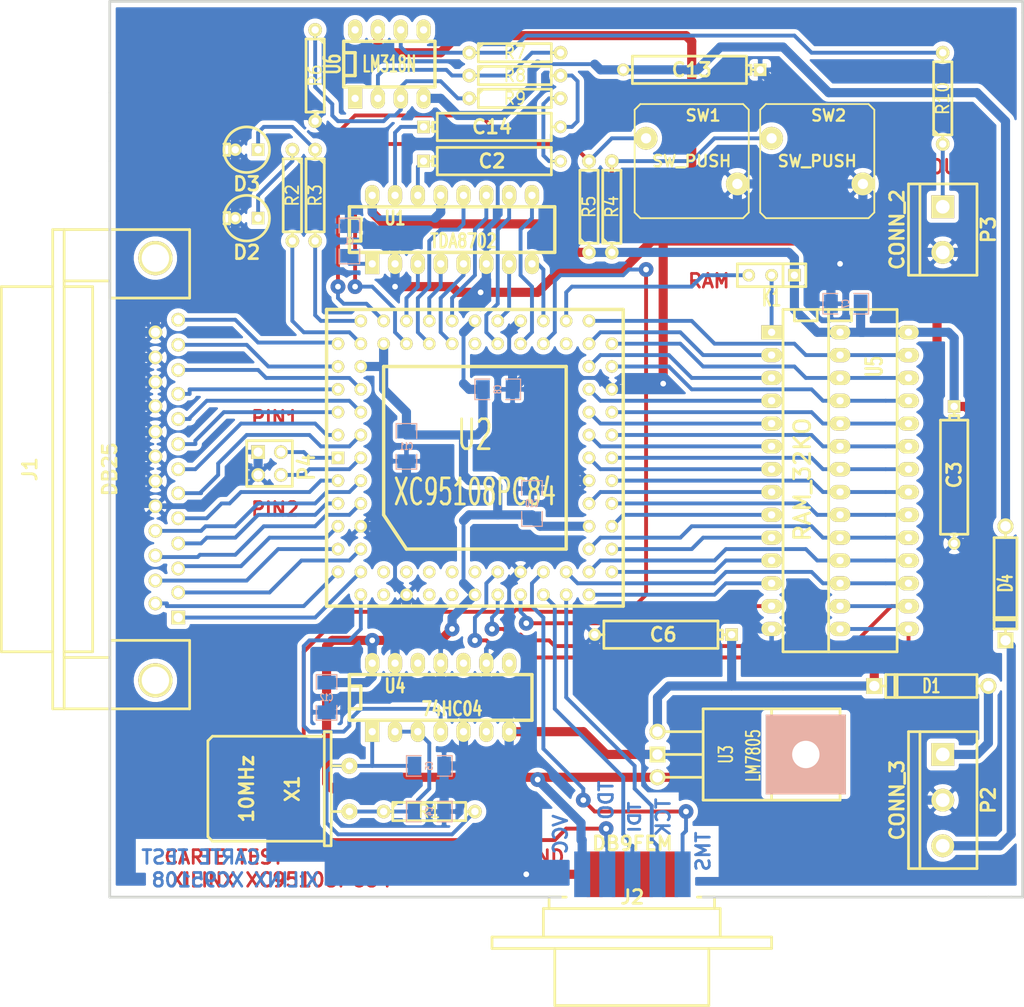
<source format=kicad_pcb>
(kicad_pcb (version 3) (host pcbnew "(2013-01-12 BZR 3902)-testing")
  (title_block (title "CARTE TEST XILINX XC95108") (rev 0))
  (layers (15 Dessus signal) (0 Dessous signal))
  (net 0 "")
  (net 1 +12V)
  (net 2 -12V)
  (net 3 CSMEM_1)
  (net 4 DAT0_1)
  (net 5 DAT1_1)
  (net 6 DAT2_1)
  (net 7 DAT3_1)
  (net 8 DAT4_1)
  (net 9 DAT5_1)
  (net 10 DAT6_1)
  (net 11 DAT7_1)
  (net 12 DCLK_1)
  (net 13 GND)
  (net 14 LED1_1)
  (net 15 LED2_1)
  (net 16 MA0_1)
  (net 17 MA1_1)
  (net 18 MA2_1)
  (net 19 MA3_1)
  (net 20 MA4_1)
  (net 21 MA5_1)
  (net 22 MA6_1)
  (net 23 MA7_1)
  (net 24 MD0_1)
  (net 25 MD10_1)
  (net 26 MD11_1)
  (net 27 MD12_1)
  (net 28 MD13_1)
  (net 29 MD14_1)
  (net 30 MD1_1)
  (net 31 MD2_1)
  (net 32 MD3_1)
  (net 33 MD4_1)
  (net 34 MD5_1)
  (net 35 MD6_1)
  (net 36 MD7_1)
  (net 37 MD8_1)
  (net 38 MD9_1)
  (net 39 N-000001)
  (net 40 N-000003)
  (net 41 N-000009)
  (net 42 N-000010)
  (net 43 N-000011)
  (net 44 N-000012)
  (net 45 N-000013)
  (net 46 N-000014)
  (net 47 N-000015)
  (net 48 N-000040)
  (net 49 N-000041)
  (net 50 N-000078)
  (net 51 N-000084)
  (net 52 N-000085)
  (net 53 N-000090)
  (net 54 N-000091)
  (net 55 OEMEM_1)
  (net 56 PARBUS0_1)
  (net 57 PARBUS1_1)
  (net 58 PARBUS2_1)
  (net 59 PARBUS3_1)
  (net 60 PARBUS4_1)
  (net 61 PARBUS5_1)
  (net 62 PARBUS6_1)
  (net 63 PARBUS7_1)
  (net 64 PAR_AUX0_X00001)
  (net 65 PAR_AUX1_X00004)
  (net 66 PAR_AUX2_X00003)
  (net 67 PAR_AUX3_X00002)
  (net 68 PAR_AUX4/PE_1)
  (net 69 PAR_AUX5/BUSY*_1)
  (net 70 PAR_AUX6/ACK_1)
  (net 71 PAR_AUX7/INIT_1)
  (net 72 PAR_AUX8_X00005)
  (net 73 PIN_TEST0_1)
  (net 74 PIN_TEST1_1)
  (net 75 R/W-A14_1)
  (net 76 SW0_1)
  (net 77 SW1_1)
  (net 78 TCK_1)
  (net 79 TDI_1)
  (net 80 TDO_1)
  (net 81 TMS_1)
  (net 82 VCC)
  (net 83 XIN/CLK_1)
  (module 28DIP-ELL300-600 (layer Dessus) (at 175.895 89.535 270)
    (fp_text reference U5)
    (fp_text value RAM_32KO)
    (pad 1 thru_hole rect (at -16.51 7.62 270) (size 1.5748 2.286) (drill 0.8128) (layers *.Cu *.Mask Dessus.SilkS) (net 50 N-000078))
    (pad 2 thru_hole oval (at -13.97 7.62 270) (size 1.5748 2.286) (drill 0.8128) (layers *.Cu *.Mask Dessus.SilkS) (net 27 MD12_1))
    (pad 3 thru_hole oval (at -11.43 7.62 270) (size 1.5748 2.286) (drill 0.8128) (layers *.Cu *.Mask Dessus.SilkS) (net 36 MD7_1))
    (pad 4 thru_hole oval (at -8.89 7.62 270) (size 1.5748 2.286) (drill 0.8128) (layers *.Cu *.Mask Dessus.SilkS) (net 35 MD6_1))
    (pad 5 thru_hole oval (at -6.35 7.62 270) (size 1.5748 2.286) (drill 0.8128) (layers *.Cu *.Mask Dessus.SilkS) (net 34 MD5_1))
    (pad 6 thru_hole oval (at -3.81 7.62 270) (size 1.5748 2.286) (drill 0.8128) (layers *.Cu *.Mask Dessus.SilkS) (net 33 MD4_1))
    (pad 7 thru_hole oval (at -1.27 7.62 270) (size 1.5748 2.286) (drill 0.8128) (layers *.Cu *.Mask Dessus.SilkS) (net 32 MD3_1))
    (pad 8 thru_hole oval (at 1.27 7.62 270) (size 1.5748 2.286) (drill 0.8128) (layers *.Cu *.Mask Dessus.SilkS) (net 31 MD2_1))
    (pad 9 thru_hole oval (at 3.81 7.62 270) (size 1.5748 2.286) (drill 0.8128) (layers *.Cu *.Mask Dessus.SilkS) (net 30 MD1_1))
    (pad 10 thru_hole oval (at 6.35 7.62 270) (size 1.5748 2.286) (drill 0.8128) (layers *.Cu *.Mask Dessus.SilkS) (net 24 MD0_1))
    (pad 11 thru_hole oval (at 8.89 7.62 270) (size 1.5748 2.286) (drill 0.8128) (layers *.Cu *.Mask Dessus.SilkS) (net 16 MA0_1))
    (pad 12 thru_hole oval (at 11.43 7.62 270) (size 1.5748 2.286) (drill 0.8128) (layers *.Cu *.Mask Dessus.SilkS) (net 17 MA1_1))
    (pad 13 thru_hole oval (at 13.97 7.62 270) (size 1.5748 2.286) (drill 0.8128) (layers *.Cu *.Mask Dessus.SilkS) (net 18 MA2_1))
    (pad 14 thru_hole oval (at 16.51 7.62 270) (size 1.5748 2.286) (drill 0.8128) (layers *.Cu *.Mask Dessus.SilkS) (net 13 GND))
    (pad 15 thru_hole oval (at 16.51 -7.62 270) (size 1.5748 2.286) (drill 0.8128) (layers *.Cu *.Mask Dessus.SilkS) (net 19 MA3_1))
    (pad 16 thru_hole oval (at 13.97 -7.62 270) (size 1.5748 2.286) (drill 0.8128) (layers *.Cu *.Mask Dessus.SilkS) (net 20 MA4_1))
    (pad 17 thru_hole oval (at 11.43 -7.62 270) (size 1.5748 2.286) (drill 0.8128) (layers *.Cu *.Mask Dessus.SilkS) (net 21 MA5_1))
    (pad 18 thru_hole oval (at 8.89 -7.62 270) (size 1.5748 2.286) (drill 0.8128) (layers *.Cu *.Mask Dessus.SilkS) (net 22 MA6_1))
    (pad 19 thru_hole oval (at 6.35 -7.62 270) (size 1.5748 2.286) (drill 0.8128) (layers *.Cu *.Mask Dessus.SilkS) (net 23 MA7_1))
    (pad 20 thru_hole oval (at 3.81 -7.62 270) (size 1.5748 2.286) (drill 0.8128) (layers *.Cu *.Mask Dessus.SilkS) (net 3 CSMEM_1))
    (pad 21 thru_hole oval (at 1.27 -7.62 270) (size 1.5748 2.286) (drill 0.8128) (layers *.Cu *.Mask Dessus.SilkS) (net 25 MD10_1))
    (pad 22 thru_hole oval (at -1.27 -7.62 270) (size 1.5748 2.286) (drill 0.8128) (layers *.Cu *.Mask Dessus.SilkS) (net 55 OEMEM_1))
    (pad 23 thru_hole oval (at -3.81 -7.62 270) (size 1.5748 2.286) (drill 0.8128) (layers *.Cu *.Mask Dessus.SilkS) (net 26 MD11_1))
    (pad 24 thru_hole oval (at -6.35 -7.62 270) (size 1.5748 2.286) (drill 0.8128) (layers *.Cu *.Mask Dessus.SilkS) (net 38 MD9_1))
    (pad 25 thru_hole oval (at -8.89 -7.62 270) (size 1.5748 2.286) (drill 0.8128) (layers *.Cu *.Mask Dessus.SilkS) (net 37 MD8_1))
    (pad 26 thru_hole oval (at -11.43 -7.62 270) (size 1.5748 2.286) (drill 0.8128) (layers *.Cu *.Mask Dessus.SilkS) (net 28 MD13_1))
    (pad 27 thru_hole oval (at -13.97 -7.62 270) (size 1.5748 2.286) (drill 0.8128) (layers *.Cu *.Mask Dessus.SilkS) (net 75 R/W-A14_1))
    (pad 28 thru_hole oval (at -16.51 -7.62 270) (size 1.5748 2.286) (drill 0.8128) (layers *.Cu *.Mask Dessus.SilkS) (net 82 VCC))
    (pad 15 thru_hole oval (at 16.51 0 270) (size 1.5748 2.286) (drill 0.8128) (layers *.Cu *.Mask Dessus.SilkS) (net 19 MA3_1))
    (pad 16 thru_hole oval (at 13.97 0 270) (size 1.5748 2.286) (drill 0.8128) (layers *.Cu *.Mask Dessus.SilkS) (net 20 MA4_1))
    (pad 17 thru_hole oval (at 11.43 0 270) (size 1.5748 2.286) (drill 0.8128) (layers *.Cu *.Mask Dessus.SilkS) (net 21 MA5_1))
    (pad 18 thru_hole oval (at 8.89 0 270) (size 1.5748 2.286) (drill 0.8128) (layers *.Cu *.Mask Dessus.SilkS) (net 22 MA6_1))
    (pad 19 thru_hole oval (at 6.35 0 270) (size 1.5748 2.286) (drill 0.8128) (layers *.Cu *.Mask Dessus.SilkS) (net 23 MA7_1))
    (pad 20 thru_hole oval (at 3.81 0 270) (size 1.5748 2.286) (drill 0.8128) (layers *.Cu *.Mask Dessus.SilkS) (net 3 CSMEM_1))
    (pad 21 thru_hole oval (at 1.27 0 270) (size 1.5748 2.286) (drill 0.8128) (layers *.Cu *.Mask Dessus.SilkS) (net 25 MD10_1))
    (pad 22 thru_hole oval (at -1.27 0 270) (size 1.5748 2.286) (drill 0.8128) (layers *.Cu *.Mask Dessus.SilkS) (net 55 OEMEM_1))
    (pad 23 thru_hole oval (at -3.81 0 270) (size 1.5748 2.286) (drill 0.8128) (layers *.Cu *.Mask Dessus.SilkS) (net 26 MD11_1))
    (pad 24 thru_hole oval (at -6.35 0 270) (size 1.5748 2.286) (drill 0.8128) (layers *.Cu *.Mask Dessus.SilkS) (net 38 MD9_1))
    (pad 25 thru_hole oval (at -8.89 0 270) (size 1.5748 2.286) (drill 0.8128) (layers *.Cu *.Mask Dessus.SilkS) (net 37 MD8_1))
    (pad 26 thru_hole oval (at -11.43 0 270) (size 1.5748 2.286) (drill 0.8128) (layers *.Cu *.Mask Dessus.SilkS) (net 28 MD13_1))
    (pad 27 thru_hole oval (at -13.97 0 270) (size 1.5748 2.286) (drill 0.8128) (layers *.Cu *.Mask Dessus.SilkS) (net 75 R/W-A14_1))
    (pad 28 thru_hole oval (at -16.51 0 270) (size 1.5748 2.286) (drill 0.8128) (layers *.Cu *.Mask Dessus.SilkS) (net 82 VCC))
  )
  (module DB9F_CI_INVERT (layer Dessus) (at 152.781 135.89 180)
    (fp_text reference J2)
    (fp_text value DB9FEM)
    (pad 2 connect rect (at 2.794 2.54 180) (size 1.778 5.08) (layers Dessous Dessous.Masque) (net 80 TDO_1))
    (pad 3 connect rect (at 0 2.54 180) (size 1.778 5.08) (layers Dessous Dessous.Masque) (net 79 TDI_1))
    (pad 4 connect rect (at -2.794 2.54 180) (size 1.778 5.08) (layers Dessous Dessous.Masque) (net 78 TCK_1))
    (pad 5 connect rect (at -5.588 2.54 180) (size 1.778 5.08) (layers Dessous Dessous.Masque) (net 81 TMS_1))
    (pad 1 connect rect (at 5.588 2.54 180) (size 1.778 5.08) (layers Dessous Dessous.Masque) (net 82 VCC))
    (pad 9 connect rect (at -4.191 2.54 180) (size 1.778 5.08) (layers Dessus Dessus.Masque) (net 13 GND))
    (pad 8 connect rect (at -1.397 2.54 180) (size 1.778 5.08) (layers Dessus Dessus.Masque) (net 13 GND))
    (pad 7 connect rect (at 1.397 2.54 180) (size 1.778 5.08) (layers Dessus Dessus.Masque) (net 13 GND))
    (pad 6 connect rect (at 4.191 2.54 180) (size 1.778 5.08) (layers Dessus Dessus.Masque) (net 13 GND))
  )
  (module bornier3 (layer Dessus) (at 187.325 125.095 270)
    (fp_text reference P2)
    (fp_text value CONN_3)
    (pad 1 thru_hole rect (at -5.08 0 270) (size 2.54 2.54) (drill 1.524) (layers *.Cu *.Mask Dessus.SilkS) (net 40 N-000003))
    (pad 2 thru_hole circle (at 0 0 270) (size 2.54 2.54) (drill 1.524) (layers *.Cu *.Mask Dessus.SilkS) (net 13 GND))
    (pad 3 thru_hole circle (at 5.08 0 270) (size 2.54 2.54) (drill 1.524) (layers *.Cu *.Mask Dessus.SilkS) (net 39 N-000001))
  )
  (module R4 (layer Dessus) (at 117.475 44.45 270)
    (fp_text reference R6)
    (fp_text value 1,1k hide)
    (pad 1 thru_hole circle (at -5.08 0 270) (size 1.524 1.524) (drill 0.8128) (layers *.Cu *.Mask Dessus.SilkS) (net 41 N-000009))
    (pad 2 thru_hole circle (at 5.08 0 270) (size 1.524 1.524) (drill 0.8128) (layers *.Cu *.Mask Dessus.SilkS) (net 13 GND))
  )
  (module R4 (layer Dessus) (at 139.7 41.91)
    (fp_text reference R7)
    (fp_text value 1,1K hide)
    (pad 1 thru_hole circle (at -5.08 0) (size 1.524 1.524) (drill 0.8128) (layers *.Cu *.Mask Dessus.SilkS) (net 42 N-000010))
    (pad 2 thru_hole circle (at 5.08 0) (size 1.524 1.524) (drill 0.8128) (layers *.Cu *.Mask Dessus.SilkS) (net 43 N-000011))
  )
  (module R4 (layer Dessus) (at 187.325 46.99 90)
    (fp_text reference R10)
    (fp_text value 75 hide)
    (pad 1 thru_hole circle (at -5.08 0 90) (size 1.524 1.524) (drill 0.8128) (layers *.Cu *.Mask Dessus.SilkS) (net 45 N-000013))
    (pad 2 thru_hole circle (at 5.08 0 90) (size 1.524 1.524) (drill 0.8128) (layers *.Cu *.Mask Dessus.SilkS) (net 42 N-000010))
  )
  (module R4 (layer Dessus) (at 139.7 46.99)
    (fp_text reference R9)
    (fp_text value 2,2K hide)
    (pad 1 thru_hole circle (at -5.08 0) (size 1.524 1.524) (drill 0.8128) (layers *.Cu *.Mask Dessus.SilkS) (net 41 N-000009))
    (pad 2 thru_hole circle (at 5.08 0) (size 1.524 1.524) (drill 0.8128) (layers *.Cu *.Mask Dessus.SilkS) (net 46 N-000014))
  )
  (module R4 (layer Dessus) (at 139.7 44.45)
    (fp_text reference R8)
    (fp_text value 2,2K hide)
    (pad 1 thru_hole circle (at -5.08 0) (size 1.524 1.524) (drill 0.8128) (layers *.Cu *.Mask Dessus.SilkS) (net 43 N-000011))
    (pad 2 thru_hole circle (at 5.08 0) (size 1.524 1.524) (drill 0.8128) (layers *.Cu *.Mask Dessus.SilkS) (net 44 N-000012))
  )
  (module D5 (layer Dessus) (at 194.31 100.965 270)
    (fp_text reference D4)
    (fp_text value 1N4004 hide)
    (pad 1 thru_hole circle (at -6.35 0 270) (size 1.778 1.778) (drill 1.143) (layers *.Cu *.Mask Dessus.SilkS) (net 2 -12V))
    (pad 2 thru_hole rect (at 6.35 0 270) (size 1.778 1.778) (drill 1.143) (layers *.Cu *.Mask Dessus.SilkS) (net 39 N-000001))
  )
  (module CP6 (layer Dessus) (at 159.385 43.815 180)
    (fp_text reference C13)
    (fp_text value 10uF hide)
    (pad 1 thru_hole rect (at -7.62 0 180) (size 1.397 1.397) (drill 0.8128) (layers *.Cu *.Mask Dessus.SilkS) (net 13 GND))
    (pad 2 thru_hole circle (at 7.62 0 180) (size 1.397 1.397) (drill 0.8128) (layers *.Cu *.Mask Dessus.SilkS) (net 2 -12V))
  )
  (module CP6 (layer Dessus) (at 137.16 50.165)
    (fp_text reference C14)
    (fp_text value 10uF hide)
    (pad 1 thru_hole rect (at -7.62 0) (size 1.397 1.397) (drill 0.8128) (layers *.Cu *.Mask Dessus.SilkS) (net 47 N-000015))
    (pad 2 thru_hole circle (at 7.62 0) (size 1.397 1.397) (drill 0.8128) (layers *.Cu *.Mask Dessus.SilkS) (net 44 N-000012))
  )
  (module 8DIP-ELL300 (layer Dessus) (at 125.73 43.18)
    (fp_text reference U6)
    (fp_text value LM318N)
    (pad 1 thru_hole rect (at -3.81 3.81) (size 1.5748 2.286) (drill 0.8128) (layers *.Cu *.Mask Dessus.SilkS))
    (pad 2 thru_hole oval (at -1.27 3.81) (size 1.5748 2.286) (drill 0.8128) (layers *.Cu *.Mask Dessus.SilkS) (net 43 N-000011))
    (pad 3 thru_hole oval (at 1.27 3.81) (size 1.5748 2.286) (drill 0.8128) (layers *.Cu *.Mask Dessus.SilkS) (net 41 N-000009))
    (pad 4 thru_hole oval (at 3.81 3.81) (size 1.5748 2.286) (drill 0.8128) (layers *.Cu *.Mask Dessus.SilkS) (net 2 -12V))
    (pad 5 thru_hole oval (at 3.81 -3.81) (size 1.5748 2.286) (drill 0.8128) (layers *.Cu *.Mask Dessus.SilkS))
    (pad 6 thru_hole oval (at 1.27 -3.81) (size 1.5748 2.286) (drill 0.8128) (layers *.Cu *.Mask Dessus.SilkS) (net 42 N-000010))
    (pad 7 thru_hole oval (at -1.27 -3.81) (size 1.5748 2.286) (drill 0.8128) (layers *.Cu *.Mask Dessus.SilkS) (net 1 +12V))
    (pad 8 thru_hole oval (at -3.81 -3.81) (size 1.5748 2.286) (drill 0.8128) (layers *.Cu *.Mask Dessus.SilkS))
  )
  (module head_2x2 (layer Dessus) (at 112.395 87.63 270)
    (fp_text reference P4)
    (fp_text value CONN_2X2 hide)
    (pad 1 thru_hole rect (at -1.27 1.27 270) (size 1.524 1.524) (drill 1.016) (layers *.Cu *.Mask Dessus.SilkS) (net 13 GND))
    (pad 2 thru_hole circle (at -1.27 -1.27 270) (size 1.524 1.524) (drill 1.016) (layers *.Cu *.Mask Dessus.SilkS) (net 73 PIN_TEST0_1))
    (pad 3 thru_hole circle (at 1.27 1.27 270) (size 1.524 1.524) (drill 1.016) (layers *.Cu *.Mask Dessus.SilkS) (net 13 GND))
    (pad 4 thru_hole circle (at 1.27 -1.27 270) (size 1.524 1.524) (drill 1.016) (layers *.Cu *.Mask Dessus.SilkS) (net 74 PIN_TEST1_1))
  )
  (module R4 (layer Dessus) (at 150.495 59.055 90)
    (fp_text reference R4)
    (fp_text value 4,7K hide)
    (pad 1 thru_hole circle (at -5.08 0 90) (size 1.524 1.524) (drill 0.8128) (layers *.Cu *.Mask Dessus.SilkS) (net 82 VCC))
    (pad 2 thru_hole circle (at 5.08 0 90) (size 1.524 1.524) (drill 0.8128) (layers *.Cu *.Mask Dessus.SilkS) (net 77 SW1_1))
  )
  (module R4 (layer Dessus) (at 147.955 59.055 90)
    (fp_text reference R5)
    (fp_text value 4,7K hide)
    (pad 1 thru_hole circle (at -5.08 0 90) (size 1.524 1.524) (drill 0.8128) (layers *.Cu *.Mask Dessus.SilkS) (net 82 VCC))
    (pad 2 thru_hole circle (at 5.08 0 90) (size 1.524 1.524) (drill 0.8128) (layers *.Cu *.Mask Dessus.SilkS) (net 76 SW0_1))
  )
  (module R4 (layer Dessus) (at 114.935 57.785 270)
    (fp_text reference R2)
    (fp_text value 330 hide)
    (pad 1 thru_hole circle (at -5.08 0 270) (size 1.524 1.524) (drill 0.8128) (layers *.Cu *.Mask Dessus.SilkS) (net 49 N-000041))
    (pad 2 thru_hole circle (at 5.08 0 270) (size 1.524 1.524) (drill 0.8128) (layers *.Cu *.Mask Dessus.SilkS) (net 14 LED1_1))
  )
  (module R4 (layer Dessus) (at 117.475 57.785 270)
    (fp_text reference R3)
    (fp_text value 330 hide)
    (pad 1 thru_hole circle (at -5.08 0 270) (size 1.524 1.524) (drill 0.8128) (layers *.Cu *.Mask Dessus.SilkS) (net 48 N-000040))
    (pad 2 thru_hole circle (at 5.08 0 270) (size 1.524 1.524) (drill 0.8128) (layers *.Cu *.Mask Dessus.SilkS) (net 15 LED2_1))
  )
  (module LEDV (layer Dessus) (at 109.855 60.325 180)
    (fp_text reference D2)
    (fp_text value LED hide)
    (pad 1 thru_hole rect (at -1.27 0 180) (size 1.397 1.397) (drill 0.8128) (layers *.Cu *.Mask Dessus.SilkS) (net 49 N-000041))
    (pad 2 thru_hole circle (at 1.27 0 180) (size 1.397 1.397) (drill 0.8128) (layers *.Cu *.Mask Dessus.SilkS) (net 13 GND))
  )
  (module LEDV (layer Dessus) (at 109.855 52.705 180)
    (fp_text reference D3)
    (fp_text value LED hide)
    (pad 1 thru_hole rect (at -1.27 0 180) (size 1.397 1.397) (drill 0.8128) (layers *.Cu *.Mask Dessus.SilkS) (net 48 N-000040))
    (pad 2 thru_hole circle (at 1.27 0 180) (size 1.397 1.397) (drill 0.8128) (layers *.Cu *.Mask Dessus.SilkS) (net 13 GND))
  )
  (module bornier2 (layer Dessus) (at 187.325 61.595 270)
    (fp_text reference P3)
    (fp_text value CONN_2)
    (pad 1 thru_hole rect (at -2.54 0 270) (size 2.54 2.54) (drill 1.524) (layers *.Cu *.Mask Dessus.SilkS) (net 45 N-000013))
    (pad 2 thru_hole circle (at 2.54 0 270) (size 2.54 2.54) (drill 1.524) (layers *.Cu *.Mask Dessus.SilkS) (net 13 GND))
  )
  (module SM1206 (layer Dessous) (at 130.175 121.285)
    (fp_text reference C5)
    (fp_text value 22pF hide)
    (pad 1 smd rect (at -1.651 0) (size 1.524 2.032) (layers Dessous Dessous.Pate Dessous.Masque) (net 52 N-000085))
    (pad 2 smd rect (at 1.651 0) (size 1.524 2.032) (layers Dessous Dessous.Pate Dessous.Masque) (net 13 GND))
  )
  (module SM1206 (layer Dessous) (at 137.795 79.375)
    (fp_text reference C8)
    (fp_text value 100nF hide)
    (pad 1 smd rect (at -1.651 0) (size 1.524 2.032) (layers Dessous Dessous.Pate Dessous.Masque) (net 82 VCC))
    (pad 2 smd rect (at 1.651 0) (size 1.524 2.032) (layers Dessous Dessous.Pate Dessous.Masque) (net 13 GND))
  )
  (module SM1206 (layer Dessous) (at 141.605 92.075 90)
    (fp_text reference C10)
    (fp_text value 100nF hide)
    (pad 1 smd rect (at -1.651 0 90) (size 1.524 2.032) (layers Dessous Dessous.Pate Dessous.Masque) (net 82 VCC))
    (pad 2 smd rect (at 1.651 0 90) (size 1.524 2.032) (layers Dessous Dessous.Pate Dessous.Masque) (net 13 GND))
  )
  (module SM1206 (layer Dessous) (at 127.635 85.725 270)
    (fp_text reference C11)
    (fp_text value 100nF hide)
    (pad 1 smd rect (at -1.651 0 270) (size 1.524 2.032) (layers Dessous Dessous.Pate Dessous.Masque) (net 82 VCC))
    (pad 2 smd rect (at 1.651 0 270) (size 1.524 2.032) (layers Dessous Dessous.Pate Dessous.Masque) (net 13 GND))
  )
  (module SM1206 (layer Dessous) (at 176.53 69.85 180)
    (fp_text reference C7)
    (fp_text value 100nF hide)
    (pad 1 smd rect (at -1.651 0 180) (size 1.524 2.032) (layers Dessous Dessous.Pate Dessous.Masque) (net 82 VCC))
    (pad 2 smd rect (at 1.651 0 180) (size 1.524 2.032) (layers Dessous Dessous.Pate Dessous.Masque) (net 13 GND))
  )
  (module SM1206 (layer Dessous) (at 118.745 113.665 270)
    (fp_text reference C12)
    (fp_text value 100nF hide)
    (pad 1 smd rect (at -1.651 0 270) (size 1.524 2.032) (layers Dessous Dessous.Pate Dessous.Masque) (net 82 VCC))
    (pad 2 smd rect (at 1.651 0 270) (size 1.524 2.032) (layers Dessous Dessous.Pate Dessous.Masque) (net 13 GND))
  )
  (module SM1206 (layer Dessous) (at 121.285 62.865 90)
    (fp_text reference C1)
    (fp_text value 100nF hide)
    (pad 1 smd rect (at -1.651 0 90) (size 1.524 2.032) (layers Dessous Dessous.Pate Dessous.Masque) (net 54 N-000091))
    (pad 2 smd rect (at 1.651 0 90) (size 1.524 2.032) (layers Dessous Dessous.Pate Dessous.Masque) (net 13 GND))
  )
  (module SM1206 (layer Dessous) (at 130.175 126.365)
    (fp_text reference C4)
    (fp_text value 22pF hide)
    (pad 1 smd rect (at -1.651 0) (size 1.524 2.032) (layers Dessous Dessous.Pate Dessous.Masque) (net 51 N-000084))
    (pad 2 smd rect (at 1.651 0) (size 1.524 2.032) (layers Dessous Dessous.Pate Dessous.Masque) (net 13 GND))
  )
  (module SIL-3 (layer Dessus) (at 168.275 66.675 180)
    (fp_text reference K1)
    (fp_text value CONN_3 hide)
    (pad 1 thru_hole rect (at -2.54 0 180) (size 1.397 1.397) (drill 0.8128) (layers *.Cu *.Mask Dessus.SilkS) (net 82 VCC))
    (pad 2 thru_hole circle (at 0 0 180) (size 1.397 1.397) (drill 0.8128) (layers *.Cu *.Mask Dessus.SilkS) (net 50 N-000078))
    (pad 3 thru_hole circle (at 2.54 0 180) (size 1.397 1.397) (drill 0.8128) (layers *.Cu *.Mask Dessus.SilkS) (net 29 MD14_1))
  )
  (module R4 (layer Dessus) (at 130.175 126.365)
    (fp_text reference R1)
    (fp_text value 100K hide)
    (pad 1 thru_hole circle (at -5.08 0) (size 1.524 1.524) (drill 0.8128) (layers *.Cu *.Mask Dessus.SilkS) (net 51 N-000084))
    (pad 2 thru_hole circle (at 5.08 0) (size 1.524 1.524) (drill 0.8128) (layers *.Cu *.Mask Dessus.SilkS) (net 52 N-000085))
  )
  (module LM78XX (layer Dessus) (at 155.575 120.015)
    (fp_text reference U3)
    (fp_text value LM7805)
    (pad 4 thru_hole rect (at 16.51 0) (size 8.89 8.89) (drill 3.048) (layers *.Cu *.SilkS *.Mask))
    (pad VI thru_hole circle (at 0 -2.54) (size 1.778 1.778) (drill 1.143) (layers *.Cu *.Mask Dessus.SilkS) (net 1 +12V))
    (pad GND thru_hole rect (at 0 0) (size 1.778 1.778) (drill 1.143) (layers *.Cu *.Mask Dessus.SilkS) (net 13 GND))
    (pad VO thru_hole circle (at 0 2.54) (size 1.778 1.778) (drill 1.143) (layers *.Cu *.Mask Dessus.SilkS) (net 82 VCC))
  )
  (module HC-18UH (layer Dessus) (at 121.285 123.825 270)
    (fp_text reference X1)
    (fp_text value 10MHz)
    (pad 1 thru_hole circle (at -2.54 0 270) (size 1.778 1.778) (drill 0.8128) (layers *.Cu *.Mask Dessus.SilkS) (net 52 N-000085))
    (pad 2 thru_hole circle (at 2.54 0 270) (size 1.778 1.778) (drill 0.8128) (layers *.Cu *.Mask Dessus.SilkS) (net 51 N-000084))
  )
  (module DB25FC (layer Dessus) (at 100.965 88.265 90)
    (fp_text reference J1)
    (fp_text value DB25)
    (pad "" thru_hole circle (at 23.495 -1.27 90) (size 3.81 3.81) (drill 3.048) (layers *.Cu *.Mask Dessus.SilkS))
    (pad "" thru_hole circle (at -23.495 -1.27 90) (size 3.81 3.81) (drill 3.048) (layers *.Cu *.Mask Dessus.SilkS))
    (pad 1 thru_hole rect (at -16.51 1.27 90) (size 1.524 1.524) (drill 1.016) (layers *.Cu *.Mask Dessus.SilkS) (net 64 PAR_AUX0_X00001))
    (pad 2 thru_hole circle (at -13.716 1.27 90) (size 1.524 1.524) (drill 1.016) (layers *.Cu *.Mask Dessus.SilkS) (net 56 PARBUS0_1))
    (pad 3 thru_hole circle (at -11.049 1.27 90) (size 1.524 1.524) (drill 1.016) (layers *.Cu *.Mask Dessus.SilkS) (net 57 PARBUS1_1))
    (pad 4 thru_hole circle (at -8.255 1.27 90) (size 1.524 1.524) (drill 1.016) (layers *.Cu *.Mask Dessus.SilkS) (net 58 PARBUS2_1))
    (pad 5 thru_hole circle (at -5.461 1.27 90) (size 1.524 1.524) (drill 1.016) (layers *.Cu *.Mask Dessus.SilkS) (net 59 PARBUS3_1))
    (pad 6 thru_hole circle (at -2.667 1.27 90) (size 1.524 1.524) (drill 1.016) (layers *.Cu *.Mask Dessus.SilkS) (net 60 PARBUS4_1))
    (pad 7 thru_hole circle (at 0 1.27 90) (size 1.524 1.524) (drill 1.016) (layers *.Cu *.Mask Dessus.SilkS) (net 61 PARBUS5_1))
    (pad 8 thru_hole circle (at 2.794 1.27 90) (size 1.524 1.524) (drill 1.016) (layers *.Cu *.Mask Dessus.SilkS) (net 62 PARBUS6_1))
    (pad 9 thru_hole circle (at 5.588 1.27 90) (size 1.524 1.524) (drill 1.016) (layers *.Cu *.Mask Dessus.SilkS) (net 63 PARBUS7_1))
    (pad 10 thru_hole circle (at 8.382 1.27 90) (size 1.524 1.524) (drill 1.016) (layers *.Cu *.Mask Dessus.SilkS) (net 70 PAR_AUX6/ACK_1))
    (pad 11 thru_hole circle (at 11.049 1.27 90) (size 1.524 1.524) (drill 1.016) (layers *.Cu *.Mask Dessus.SilkS) (net 69 PAR_AUX5/BUSY*_1))
    (pad 12 thru_hole circle (at 13.843 1.27 90) (size 1.524 1.524) (drill 1.016) (layers *.Cu *.Mask Dessus.SilkS) (net 68 PAR_AUX4/PE_1))
    (pad 13 thru_hole circle (at 16.637 1.27 90) (size 1.524 1.524) (drill 1.016) (layers *.Cu *.Mask Dessus.SilkS) (net 67 PAR_AUX3_X00002))
    (pad 14 thru_hole circle (at -14.9352 -1.27 90) (size 1.524 1.524) (drill 1.016) (layers *.Cu *.Mask Dessus.SilkS) (net 66 PAR_AUX2_X00003))
    (pad 15 thru_hole circle (at -12.3952 -1.27 90) (size 1.524 1.524) (drill 1.016) (layers *.Cu *.Mask Dessus.SilkS) (net 65 PAR_AUX1_X00004))
    (pad 16 thru_hole circle (at -9.6012 -1.27 90) (size 1.524 1.524) (drill 1.016) (layers *.Cu *.Mask Dessus.SilkS) (net 71 PAR_AUX7/INIT_1))
    (pad 17 thru_hole circle (at -6.858 -1.27 90) (size 1.524 1.524) (drill 1.016) (layers *.Cu *.Mask Dessus.SilkS) (net 72 PAR_AUX8_X00005))
    (pad 18 thru_hole circle (at -4.1148 -1.27 90) (size 1.524 1.524) (drill 1.016) (layers *.Cu *.Mask Dessus.SilkS) (net 13 GND))
    (pad 19 thru_hole circle (at -1.3208 -1.27 90) (size 1.524 1.524) (drill 1.016) (layers *.Cu *.Mask Dessus.SilkS) (net 13 GND))
    (pad 20 thru_hole circle (at 1.4224 -1.27 90) (size 1.524 1.524) (drill 1.016) (layers *.Cu *.Mask Dessus.SilkS) (net 13 GND))
    (pad 21 thru_hole circle (at 4.1656 -1.27 90) (size 1.524 1.524) (drill 1.016) (layers *.Cu *.Mask Dessus.SilkS) (net 13 GND))
    (pad 22 thru_hole circle (at 7.0104 -1.27 90) (size 1.524 1.524) (drill 1.016) (layers *.Cu *.Mask Dessus.SilkS) (net 13 GND))
    (pad 23 thru_hole circle (at 9.7028 -1.27 90) (size 1.524 1.524) (drill 1.016) (layers *.Cu *.Mask Dessus.SilkS) (net 13 GND))
    (pad 24 thru_hole circle (at 12.446 -1.27 90) (size 1.524 1.524) (drill 1.016) (layers *.Cu *.Mask Dessus.SilkS) (net 13 GND))
    (pad 25 thru_hole circle (at 15.24 -1.27 90) (size 1.524 1.524) (drill 1.016) (layers *.Cu *.Mask Dessus.SilkS) (net 13 GND))
  )
  (module D5 (layer Dessus) (at 186.055 112.395 180)
    (fp_text reference D1)
    (fp_text value 1N4004 hide)
    (pad 1 thru_hole circle (at -6.35 0 180) (size 1.778 1.778) (drill 1.143) (layers *.Cu *.Mask Dessus.SilkS) (net 40 N-000003))
    (pad 2 thru_hole rect (at 6.35 0 180) (size 1.778 1.778) (drill 1.143) (layers *.Cu *.Mask Dessus.SilkS) (net 1 +12V))
  )
  (module CP6 (layer Dessus) (at 137.16 53.975)
    (fp_text reference C2)
    (fp_text value 10uF hide)
    (pad 1 thru_hole rect (at -7.62 0) (size 1.397 1.397) (drill 0.8128) (layers *.Cu *.Mask Dessus.SilkS) (net 53 N-000090))
    (pad 2 thru_hole circle (at 7.62 0) (size 1.397 1.397) (drill 0.8128) (layers *.Cu *.Mask Dessus.SilkS) (net 46 N-000014))
  )
  (module CP6 (layer Dessus) (at 156.21 106.68 180)
    (fp_text reference C6)
    (fp_text value 47uF hide)
    (pad 1 thru_hole rect (at -7.62 0 180) (size 1.397 1.397) (drill 0.8128) (layers *.Cu *.Mask Dessus.SilkS) (net 1 +12V))
    (pad 2 thru_hole circle (at 7.62 0 180) (size 1.397 1.397) (drill 0.8128) (layers *.Cu *.Mask Dessus.SilkS) (net 13 GND))
  )
  (module CP6 (layer Dessus) (at 188.595 88.9 270)
    (fp_text reference C3)
    (fp_text value 10uF hide)
    (pad 1 thru_hole rect (at -7.62 0 270) (size 1.397 1.397) (drill 0.8128) (layers *.Cu *.Mask Dessus.SilkS) (net 82 VCC))
    (pad 2 thru_hole circle (at 7.62 0 270) (size 1.397 1.397) (drill 0.8128) (layers *.Cu *.Mask Dessus.SilkS) (net 13 GND))
  )
  (module 16DIP-ELL300 (layer Dessus) (at 132.715 61.595)
    (fp_text reference U1)
    (fp_text value TDA8702)
    (pad 1 thru_hole rect (at -8.89 3.81) (size 1.5748 2.286) (drill 0.8128) (layers *.Cu *.Mask Dessus.SilkS) (net 54 N-000091))
    (pad 2 thru_hole oval (at -6.35 3.81) (size 1.5748 2.286) (drill 0.8128) (layers *.Cu *.Mask Dessus.SilkS) (net 13 GND))
    (pad 3 thru_hole oval (at -3.81 3.81) (size 1.5748 2.286) (drill 0.8128) (layers *.Cu *.Mask Dessus.SilkS) (net 6 DAT2_1))
    (pad 4 thru_hole oval (at -1.27 3.81) (size 1.5748 2.286) (drill 0.8128) (layers *.Cu *.Mask Dessus.SilkS) (net 7 DAT3_1))
    (pad 5 thru_hole oval (at 1.27 3.81) (size 1.5748 2.286) (drill 0.8128) (layers *.Cu *.Mask Dessus.SilkS) (net 12 DCLK_1))
    (pad 6 thru_hole oval (at 3.81 3.81) (size 1.5748 2.286) (drill 0.8128) (layers *.Cu *.Mask Dessus.SilkS) (net 13 GND))
    (pad 7 thru_hole oval (at 6.35 3.81) (size 1.5748 2.286) (drill 0.8128) (layers *.Cu *.Mask Dessus.SilkS) (net 11 DAT7_1))
    (pad 8 thru_hole oval (at 8.89 3.81) (size 1.5748 2.286) (drill 0.8128) (layers *.Cu *.Mask Dessus.SilkS) (net 10 DAT6_1))
    (pad 9 thru_hole oval (at 8.89 -3.81) (size 1.5748 2.286) (drill 0.8128) (layers *.Cu *.Mask Dessus.SilkS) (net 9 DAT5_1))
    (pad 10 thru_hole oval (at 6.35 -3.81) (size 1.5748 2.286) (drill 0.8128) (layers *.Cu *.Mask Dessus.SilkS) (net 8 DAT4_1))
    (pad 11 thru_hole oval (at 3.81 -3.81) (size 1.5748 2.286) (drill 0.8128) (layers *.Cu *.Mask Dessus.SilkS) (net 5 DAT1_1))
    (pad 12 thru_hole oval (at 1.27 -3.81) (size 1.5748 2.286) (drill 0.8128) (layers *.Cu *.Mask Dessus.SilkS) (net 4 DAT0_1))
    (pad 13 thru_hole oval (at -1.27 -3.81) (size 1.5748 2.286) (drill 0.8128) (layers *.Cu *.Mask Dessus.SilkS) (net 82 VCC))
    (pad 14 thru_hole oval (at -3.81 -3.81) (size 1.5748 2.286) (drill 0.8128) (layers *.Cu *.Mask Dessus.SilkS) (net 53 N-000090))
    (pad 15 thru_hole oval (at -6.35 -3.81) (size 1.5748 2.286) (drill 0.8128) (layers *.Cu *.Mask Dessus.SilkS) (net 47 N-000015))
    (pad 16 thru_hole oval (at -8.89 -3.81) (size 1.5748 2.286) (drill 0.8128) (layers *.Cu *.Mask Dessus.SilkS) (net 82 VCC))
  )
  (module 14DIP-ELL300 (layer Dessus) (at 131.445 113.665)
    (fp_text reference U4)
    (fp_text value 74HC04)
    (pad 1 thru_hole rect (at -7.62 3.81) (size 1.5748 2.286) (drill 0.8128) (layers *.Cu *.Mask Dessus.SilkS) (net 52 N-000085))
    (pad 2 thru_hole oval (at -5.08 3.81) (size 1.5748 2.286) (drill 0.8128) (layers *.Cu *.Mask Dessus.SilkS) (net 51 N-000084))
    (pad 3 thru_hole oval (at -2.54 3.81) (size 1.5748 2.286) (drill 0.8128) (layers *.Cu *.Mask Dessus.SilkS) (net 51 N-000084))
    (pad 4 thru_hole oval (at 0 3.81) (size 1.5748 2.286) (drill 0.8128) (layers *.Cu *.Mask Dessus.SilkS) (net 83 XIN/CLK_1))
    (pad 5 thru_hole oval (at 2.54 3.81) (size 1.5748 2.286) (drill 0.8128) (layers *.Cu *.Mask Dessus.SilkS) (net 13 GND))
    (pad 6 thru_hole oval (at 5.08 3.81) (size 1.5748 2.286) (drill 0.8128) (layers *.Cu *.Mask Dessus.SilkS))
    (pad 7 thru_hole oval (at 7.62 3.81) (size 1.5748 2.286) (drill 0.8128) (layers *.Cu *.Mask Dessus.SilkS) (net 13 GND))
    (pad 8 thru_hole oval (at 7.62 -3.81) (size 1.5748 2.286) (drill 0.8128) (layers *.Cu *.Mask Dessus.SilkS))
    (pad 9 thru_hole oval (at 5.08 -3.81) (size 1.5748 2.286) (drill 0.8128) (layers *.Cu *.Mask Dessus.SilkS) (net 13 GND))
    (pad 10 thru_hole oval (at 2.54 -3.81) (size 1.5748 2.286) (drill 0.8128) (layers *.Cu *.Mask Dessus.SilkS))
    (pad 11 thru_hole oval (at 0 -3.81) (size 1.5748 2.286) (drill 0.8128) (layers *.Cu *.Mask Dessus.SilkS) (net 13 GND))
    (pad 12 thru_hole oval (at -2.54 -3.81) (size 1.5748 2.286) (drill 0.8128) (layers *.Cu *.Mask Dessus.SilkS))
    (pad 13 thru_hole oval (at -5.08 -3.81) (size 1.5748 2.286) (drill 0.8128) (layers *.Cu *.Mask Dessus.SilkS) (net 13 GND))
    (pad 14 thru_hole oval (at -7.62 -3.81) (size 1.5748 2.286) (drill 0.8128) (layers *.Cu *.Mask Dessus.SilkS) (net 82 VCC))
  )
  (module PLCC84 (layer Dessus) (at 135.255 86.995)
    (fp_text reference U2)
    (fp_text value XC95108PC84)
    (pad 1 thru_hole rect (at -15.24 0) (size 1.397 1.397) (drill 0.8128) (layers *.Cu *.Mask Dessus.SilkS) (net 73 PIN_TEST0_1))
    (pad 2 thru_hole circle (at -12.7 0) (size 1.397 1.397) (drill 0.8128) (layers *.Cu *.Mask Dessus.SilkS) (net 74 PIN_TEST1_1))
    (pad 3 thru_hole circle (at -15.24 2.54) (size 1.397 1.397) (drill 0.8128) (layers *.Cu *.Mask Dessus.SilkS) (net 59 PARBUS3_1))
    (pad 4 thru_hole circle (at -12.7 2.54) (size 1.397 1.397) (drill 0.8128) (layers *.Cu *.Mask Dessus.SilkS) (net 72 PAR_AUX8_X00005))
    (pad 5 thru_hole circle (at -15.24 5.08) (size 1.397 1.397) (drill 0.8128) (layers *.Cu *.Mask Dessus.SilkS) (net 58 PARBUS2_1))
    (pad 6 thru_hole circle (at -12.7 5.08) (size 1.397 1.397) (drill 0.8128) (layers *.Cu *.Mask Dessus.SilkS) (net 71 PAR_AUX7/INIT_1))
    (pad 7 thru_hole circle (at -15.24 7.62) (size 1.397 1.397) (drill 0.8128) (layers *.Cu *.Mask Dessus.SilkS) (net 57 PARBUS1_1))
    (pad 8 thru_hole circle (at -12.7 7.62) (size 1.397 1.397) (drill 0.8128) (layers *.Cu *.Mask Dessus.SilkS) (net 13 GND))
    (pad 9 thru_hole circle (at -15.24 10.16) (size 1.397 1.397) (drill 0.8128) (layers *.Cu *.Mask Dessus.SilkS) (net 65 PAR_AUX1_X00004))
    (pad 10 thru_hole circle (at -12.7 10.16) (size 1.397 1.397) (drill 0.8128) (layers *.Cu *.Mask Dessus.SilkS) (net 56 PARBUS0_1))
    (pad 11 thru_hole circle (at -15.24 12.7) (size 1.397 1.397) (drill 0.8128) (layers *.Cu *.Mask Dessus.SilkS) (net 66 PAR_AUX2_X00003))
    (pad 12 thru_hole circle (at -12.7 15.24) (size 1.397 1.397) (drill 0.8128) (layers *.Cu *.Mask Dessus.SilkS) (net 83 XIN/CLK_1))
    (pad 13 thru_hole circle (at -12.7 12.7) (size 1.397 1.397) (drill 0.8128) (layers *.Cu *.Mask Dessus.SilkS) (net 64 PAR_AUX0_X00001))
    (pad 14 thru_hole circle (at -10.16 15.24) (size 1.397 1.397) (drill 0.8128) (layers *.Cu *.Mask Dessus.SilkS))
    (pad 15 thru_hole circle (at -10.16 12.7) (size 1.397 1.397) (drill 0.8128) (layers *.Cu *.Mask Dessus.SilkS))
    (pad 16 thru_hole circle (at -7.62 15.24) (size 1.397 1.397) (drill 0.8128) (layers *.Cu *.Mask Dessus.SilkS) (net 13 GND))
    (pad 17 thru_hole circle (at -7.62 12.7) (size 1.397 1.397) (drill 0.8128) (layers *.Cu *.Mask Dessus.SilkS))
    (pad 18 thru_hole circle (at -5.08 15.24) (size 1.397 1.397) (drill 0.8128) (layers *.Cu *.Mask Dessus.SilkS))
    (pad 19 thru_hole circle (at -5.08 12.7) (size 1.397 1.397) (drill 0.8128) (layers *.Cu *.Mask Dessus.SilkS))
    (pad 20 thru_hole circle (at -2.54 15.24) (size 1.397 1.397) (drill 0.8128) (layers *.Cu *.Mask Dessus.SilkS))
    (pad 21 thru_hole circle (at -2.54 12.7) (size 1.397 1.397) (drill 0.8128) (layers *.Cu *.Mask Dessus.SilkS))
    (pad 22 thru_hole circle (at 0 15.24) (size 1.397 1.397) (drill 0.8128) (layers *.Cu *.Mask Dessus.SilkS) (net 82 VCC))
    (pad 23 thru_hole circle (at 0 12.7) (size 1.397 1.397) (drill 0.8128) (layers *.Cu *.Mask Dessus.SilkS))
    (pad 24 thru_hole circle (at 2.54 15.24) (size 1.397 1.397) (drill 0.8128) (layers *.Cu *.Mask Dessus.SilkS) (net 20 MA4_1))
    (pad 25 thru_hole circle (at 2.54 12.7) (size 1.397 1.397) (drill 0.8128) (layers *.Cu *.Mask Dessus.SilkS) (net 19 MA3_1))
    (pad 26 thru_hole circle (at 5.08 15.24) (size 1.397 1.397) (drill 0.8128) (layers *.Cu *.Mask Dessus.SilkS) (net 18 MA2_1))
    (pad 27 thru_hole circle (at 5.08 12.7) (size 1.397 1.397) (drill 0.8128) (layers *.Cu *.Mask Dessus.SilkS) (net 13 GND))
    (pad 28 thru_hole circle (at 7.62 15.24) (size 1.397 1.397) (drill 0.8128) (layers *.Cu *.Mask Dessus.SilkS) (net 79 TDI_1))
    (pad 29 thru_hole circle (at 7.62 12.7) (size 1.397 1.397) (drill 0.8128) (layers *.Cu *.Mask Dessus.SilkS) (net 81 TMS_1))
    (pad 30 thru_hole circle (at 10.16 15.24) (size 1.397 1.397) (drill 0.8128) (layers *.Cu *.Mask Dessus.SilkS) (net 78 TCK_1))
    (pad 31 thru_hole circle (at 10.16 12.7) (size 1.397 1.397) (drill 0.8128) (layers *.Cu *.Mask Dessus.SilkS) (net 21 MA5_1))
    (pad 32 thru_hole circle (at 12.7 15.24) (size 1.397 1.397) (drill 0.8128) (layers *.Cu *.Mask Dessus.SilkS) (net 17 MA1_1))
    (pad 33 thru_hole circle (at 15.24 12.7) (size 1.397 1.397) (drill 0.8128) (layers *.Cu *.Mask Dessus.SilkS) (net 16 MA0_1))
    (pad 34 thru_hole circle (at 12.7 12.7) (size 1.397 1.397) (drill 0.8128) (layers *.Cu *.Mask Dessus.SilkS) (net 22 MA6_1))
    (pad 35 thru_hole circle (at 15.24 10.16) (size 1.397 1.397) (drill 0.8128) (layers *.Cu *.Mask Dessus.SilkS) (net 24 MD0_1))
    (pad 36 thru_hole circle (at 12.7 10.16) (size 1.397 1.397) (drill 0.8128) (layers *.Cu *.Mask Dessus.SilkS) (net 23 MA7_1))
    (pad 37 thru_hole circle (at 15.24 7.62) (size 1.397 1.397) (drill 0.8128) (layers *.Cu *.Mask Dessus.SilkS) (net 30 MD1_1))
    (pad 38 thru_hole circle (at 12.7 7.62) (size 1.397 1.397) (drill 0.8128) (layers *.Cu *.Mask Dessus.SilkS) (net 82 VCC))
    (pad 39 thru_hole circle (at 15.24 5.08) (size 1.397 1.397) (drill 0.8128) (layers *.Cu *.Mask Dessus.SilkS) (net 3 CSMEM_1))
    (pad 40 thru_hole circle (at 12.7 5.08) (size 1.397 1.397) (drill 0.8128) (layers *.Cu *.Mask Dessus.SilkS) (net 31 MD2_1))
    (pad 41 thru_hole circle (at 15.24 2.54) (size 1.397 1.397) (drill 0.8128) (layers *.Cu *.Mask Dessus.SilkS) (net 25 MD10_1))
    (pad 42 thru_hole circle (at 12.7 2.54) (size 1.397 1.397) (drill 0.8128) (layers *.Cu *.Mask Dessus.SilkS) (net 13 GND))
    (pad 43 thru_hole circle (at 15.24 0) (size 1.397 1.397) (drill 0.8128) (layers *.Cu *.Mask Dessus.SilkS) (net 55 OEMEM_1))
    (pad 44 thru_hole circle (at 12.7 0) (size 1.397 1.397) (drill 0.8128) (layers *.Cu *.Mask Dessus.SilkS) (net 32 MD3_1))
    (pad 45 thru_hole circle (at 15.24 -2.54) (size 1.397 1.397) (drill 0.8128) (layers *.Cu *.Mask Dessus.SilkS) (net 26 MD11_1))
    (pad 46 thru_hole circle (at 12.7 -2.54) (size 1.397 1.397) (drill 0.8128) (layers *.Cu *.Mask Dessus.SilkS) (net 33 MD4_1))
    (pad 47 thru_hole circle (at 15.24 -5.08) (size 1.397 1.397) (drill 0.8128) (layers *.Cu *.Mask Dessus.SilkS) (net 38 MD9_1))
    (pad 48 thru_hole circle (at 12.7 -5.08) (size 1.397 1.397) (drill 0.8128) (layers *.Cu *.Mask Dessus.SilkS) (net 34 MD5_1))
    (pad 49 thru_hole circle (at 15.24 -7.62) (size 1.397 1.397) (drill 0.8128) (layers *.Cu *.Mask Dessus.SilkS) (net 13 GND))
    (pad 50 thru_hole circle (at 12.7 -7.62) (size 1.397 1.397) (drill 0.8128) (layers *.Cu *.Mask Dessus.SilkS) (net 35 MD6_1))
    (pad 51 thru_hole circle (at 15.24 -10.16) (size 1.397 1.397) (drill 0.8128) (layers *.Cu *.Mask Dessus.SilkS) (net 37 MD8_1))
    (pad 52 thru_hole circle (at 12.7 -10.16) (size 1.397 1.397) (drill 0.8128) (layers *.Cu *.Mask Dessus.SilkS) (net 36 MD7_1))
    (pad 53 thru_hole circle (at 15.24 -12.7) (size 1.397 1.397) (drill 0.8128) (layers *.Cu *.Mask Dessus.SilkS) (net 28 MD13_1))
    (pad 54 thru_hole circle (at 12.7 -15.24) (size 1.397 1.397) (drill 0.8128) (layers *.Cu *.Mask Dessus.SilkS) (net 75 R/W-A14_1))
    (pad 55 thru_hole circle (at 12.7 -12.7) (size 1.397 1.397) (drill 0.8128) (layers *.Cu *.Mask Dessus.SilkS) (net 27 MD12_1))
    (pad 56 thru_hole circle (at 10.16 -15.24) (size 1.397 1.397) (drill 0.8128) (layers *.Cu *.Mask Dessus.SilkS) (net 29 MD14_1))
    (pad 57 thru_hole circle (at 10.16 -12.7) (size 1.397 1.397) (drill 0.8128) (layers *.Cu *.Mask Dessus.SilkS))
    (pad 58 thru_hole circle (at 7.62 -15.24) (size 1.397 1.397) (drill 0.8128) (layers *.Cu *.Mask Dessus.SilkS) (net 10 DAT6_1))
    (pad 59 thru_hole circle (at 7.62 -12.7) (size 1.397 1.397) (drill 0.8128) (layers *.Cu *.Mask Dessus.SilkS) (net 80 TDO_1))
    (pad 60 thru_hole circle (at 5.08 -15.24) (size 1.397 1.397) (drill 0.8128) (layers *.Cu *.Mask Dessus.SilkS) (net 13 GND))
    (pad 61 thru_hole circle (at 5.08 -12.7) (size 1.397 1.397) (drill 0.8128) (layers *.Cu *.Mask Dessus.SilkS) (net 9 DAT5_1))
    (pad 62 thru_hole circle (at 2.54 -15.24) (size 1.397 1.397) (drill 0.8128) (layers *.Cu *.Mask Dessus.SilkS) (net 11 DAT7_1))
    (pad 63 thru_hole circle (at 2.54 -12.7) (size 1.397 1.397) (drill 0.8128) (layers *.Cu *.Mask Dessus.SilkS) (net 8 DAT4_1))
    (pad 64 thru_hole circle (at 0 -15.24) (size 1.397 1.397) (drill 0.8128) (layers *.Cu *.Mask Dessus.SilkS) (net 82 VCC))
    (pad 65 thru_hole circle (at 0 -12.7) (size 1.397 1.397) (drill 0.8128) (layers *.Cu *.Mask Dessus.SilkS))
    (pad 66 thru_hole circle (at -2.54 -15.24) (size 1.397 1.397) (drill 0.8128) (layers *.Cu *.Mask Dessus.SilkS) (net 5 DAT1_1))
    (pad 67 thru_hole circle (at -2.54 -12.7) (size 1.397 1.397) (drill 0.8128) (layers *.Cu *.Mask Dessus.SilkS) (net 12 DCLK_1))
    (pad 68 thru_hole circle (at -5.08 -15.24) (size 1.397 1.397) (drill 0.8128) (layers *.Cu *.Mask Dessus.SilkS) (net 7 DAT3_1))
    (pad 69 thru_hole circle (at -5.08 -12.7) (size 1.397 1.397) (drill 0.8128) (layers *.Cu *.Mask Dessus.SilkS) (net 4 DAT0_1))
    (pad 70 thru_hole circle (at -7.62 -15.24) (size 1.397 1.397) (drill 0.8128) (layers *.Cu *.Mask Dessus.SilkS) (net 6 DAT2_1))
    (pad 71 thru_hole circle (at -7.62 -12.7) (size 1.397 1.397) (drill 0.8128) (layers *.Cu *.Mask Dessus.SilkS) (net 77 SW1_1))
    (pad 72 thru_hole circle (at -10.16 -15.24) (size 1.397 1.397) (drill 0.8128) (layers *.Cu *.Mask Dessus.SilkS) (net 76 SW0_1))
    (pad 73 thru_hole circle (at -10.16 -12.7) (size 1.397 1.397) (drill 0.8128) (layers *.Cu *.Mask Dessus.SilkS) (net 82 VCC))
    (pad 74 thru_hole circle (at -12.7 -15.24) (size 1.397 1.397) (drill 0.8128) (layers *.Cu *.Mask Dessus.SilkS) (net 15 LED2_1))
    (pad 75 thru_hole circle (at -15.24 -12.7) (size 1.397 1.397) (drill 0.8128) (layers *.Cu *.Mask Dessus.SilkS) (net 67 PAR_AUX3_X00002))
    (pad 76 thru_hole circle (at -12.7 -12.7) (size 1.397 1.397) (drill 0.8128) (layers *.Cu *.Mask Dessus.SilkS) (net 14 LED1_1))
    (pad 77 thru_hole circle (at -15.24 -10.16) (size 1.397 1.397) (drill 0.8128) (layers *.Cu *.Mask Dessus.SilkS) (net 68 PAR_AUX4/PE_1))
    (pad 78 thru_hole circle (at -12.7 -10.16) (size 1.397 1.397) (drill 0.8128) (layers *.Cu *.Mask Dessus.SilkS) (net 82 VCC))
    (pad 79 thru_hole circle (at -15.24 -7.62) (size 1.397 1.397) (drill 0.8128) (layers *.Cu *.Mask Dessus.SilkS) (net 70 PAR_AUX6/ACK_1))
    (pad 80 thru_hole circle (at -12.7 -7.62) (size 1.397 1.397) (drill 0.8128) (layers *.Cu *.Mask Dessus.SilkS) (net 69 PAR_AUX5/BUSY*_1))
    (pad 81 thru_hole circle (at -15.24 -5.08) (size 1.397 1.397) (drill 0.8128) (layers *.Cu *.Mask Dessus.SilkS) (net 62 PARBUS6_1))
    (pad 82 thru_hole circle (at -12.7 -5.08) (size 1.397 1.397) (drill 0.8128) (layers *.Cu *.Mask Dessus.SilkS) (net 63 PARBUS7_1))
    (pad 83 thru_hole circle (at -15.24 -2.54) (size 1.397 1.397) (drill 0.8128) (layers *.Cu *.Mask Dessus.SilkS) (net 61 PARBUS5_1))
    (pad 84 thru_hole circle (at -12.7 -2.54) (size 1.397 1.397) (drill 0.8128) (layers *.Cu *.Mask Dessus.SilkS) (net 60 PARBUS4_1))
  )
  (module SW_PUSH (layer Dessus) (at 173.355 53.975)
    (fp_text reference SW2)
    (fp_text value SW_PUSH)
    (pad 1 thru_hole circle (at -5.08 -2.54) (size 2.54 2.54) (drill 1.143) (layers *.Cu *.Mask Dessus.SilkS) (net 77 SW1_1))
    (pad 2 thru_hole circle (at 5.08 2.54) (size 2.54 2.54) (drill 1.143) (layers *.Cu *.Mask Dessus.SilkS) (net 13 GND))
  )
  (module SW_PUSH (layer Dessus) (at 159.385 53.975)
    (fp_text reference SW1)
    (fp_text value SW_PUSH)
    (pad 1 thru_hole circle (at -5.08 -2.54) (size 2.54 2.54) (drill 1.143) (layers *.Cu *.Mask Dessus.SilkS) (net 76 SW0_1))
    (pad 2 thru_hole circle (at 5.08 2.54) (size 2.54 2.54) (drill 1.143) (layers *.Cu *.Mask Dessus.SilkS) (net 13 GND))
  )
  (gr_text ROM (at 176.53 67.31) (layer Dessus) (effects (font (size 1.524 1.524) (thickness 0.3048))))
  (gr_text "XILINX XC95108PC84" (at 113.665 133.985) (layer Dessus) (effects (font (size 1.524 1.524) (thickness 0.3048))))
  (gr_text "CARTE TEST" (at 107.315 131.445) (layer Dessus) (effects (font (size 1.524 1.524) (thickness 0.3048))))
  (gr_text "XILINX XC95108" (at 108.585 133.985) (layer Dessous) (effects (font (size 1.524 1.524) (thickness 0.3048)) (justify mirror)))
  (gr_text PIN2 (at 113.03 92.71) (layer Dessus) (effects (font (size 1.524 1.524) (thickness 0.3048))))
  (gr_text PIN1 (at 113.03 82.55) (layer Dessus) (effects (font (size 1.524 1.524) (thickness 0.3048))))
  (gr_text TMS (at 160.655 130.81 90) (layer Dessous) (effects (font (size 1.524 1.524) (thickness 0.3048)) (justify mirror)))
  (gr_text TCK (at 156.21 127 90) (layer Dessous) (effects (font (size 1.524 1.524) (thickness 0.3048)) (justify mirror)))
  (gr_text TDI (at 153.035 127 90) (layer Dessous) (effects (font (size 1.27 1.524) (thickness 0.3048)) (justify mirror)))
  (gr_text TDO (at 149.86 125.095 90) (layer Dessous) (effects (font (size 1.524 1.524) (thickness 0.3048)) (justify mirror)))
  (gr_text GND (at 142.875 131.445) (layer Dessus) (effects (font (size 1.524 1.524) (thickness 0.3048))))
  (gr_text VCC (at 144.78 128.905 90) (layer Dessous) (effects (font (size 1.524 1.524) (thickness 0.3048)) (justify mirror)))
  (gr_text "CARTE TEST" (at 104.775 131.445) (layer Dessous) (effects (font (size 1.524 1.524) (thickness 0.3048)) (justify mirror)))
  (gr_text VOUT (at 187.325 54.61) (layer Dessus) (effects (font (size 1.524 1.524) (thickness 0.3048))))
  (gr_text GND (at 187.325 68.58) (layer Dessus) (effects (font (size 1.524 1.524) (thickness 0.3048))))
  (gr_text +12V (at 180.34 118.745) (layer Dessus) (effects (font (size 1.524 1.524) (thickness 0.3048))))
  (gr_text GND (at 179.705 125.73) (layer Dessus) (effects (font (size 1.524 1.524) (thickness 0.3048))))
  (gr_text RAM (at 161.29 67.31) (layer Dessus) (effects (font (size 1.524 1.524) (thickness 0.3048))))
  (segment (start 131.445 41.91) (end 125.095 41.91) (width 1.016) (layer Dessus) (net 1))
  (segment (start 160.02 59.055) (end 159.385 58.42) (width 1.016) (layer Dessus) (net 1))
  (segment (start 155.575 113.665) (end 155.575 117.475) (width 1.016) (layer Dessous) (net 1))
  (segment (start 158.75 40.005) (end 133.35 40.005) (width 1.016) (layer Dessus) (net 1))
  (segment (start 159.385 58.42) (end 159.385 40.64) (width 1.016) (layer Dessus) (net 1))
  (segment (start 159.385 40.64) (end 158.75 40.005) (width 1.016) (layer Dessus) (net 1))
  (segment (start 169.545 112.395) (end 163.83 112.395) (width 1.016) (layer Dessous) (net 1))
  (segment (start 173.99 59.055) (end 160.02 59.055) (width 1.016) (layer Dessus) (net 1))
  (segment (start 133.35 40.005) (end 131.445 41.91) (width 1.016) (layer Dessus) (net 1))
  (segment (start 163.83 106.68) (end 163.83 112.395) (width 1.016) (layer Dessous) (net 1))
  (segment (start 179.705 112.395) (end 179.705 110.49) (width 1.016) (layer Dessus) (net 1))
  (segment (start 125.095 41.91) (end 124.46 41.275) (width 1.016) (layer Dessus) (net 1))
  (segment (start 124.46 41.275) (end 124.46 39.37) (width 1.016) (layer Dessus) (net 1))
  (segment (start 186.69 107.315) (end 186.69 71.755) (width 1.016) (layer Dessus) (net 1))
  (segment (start 186.69 71.755) (end 185.42 70.485) (width 1.016) (layer Dessus) (net 1))
  (segment (start 163.83 112.395) (end 156.845 112.395) (width 1.016) (layer Dessous) (net 1))
  (segment (start 185.42 108.585) (end 186.69 107.315) (width 1.016) (layer Dessus) (net 1))
  (segment (start 169.545 112.395) (end 179.705 112.395) (width 1.016) (layer Dessous) (net 1))
  (segment (start 179.705 110.49) (end 183.515 110.49) (width 1.016) (layer Dessus) (net 1))
  (segment (start 183.515 110.49) (end 185.42 108.585) (width 1.016) (layer Dessus) (net 1))
  (segment (start 156.845 112.395) (end 155.575 113.665) (width 1.016) (layer Dessous) (net 1))
  (segment (start 185.42 70.485) (end 173.99 59.055) (width 1.016) (layer Dessus) (net 1))
  (segment (start 194.31 94.615) (end 194.31 49.53) (width 1.016) (layer Dessous) (net 2))
  (segment (start 129.54 46.99) (end 131.445 46.99) (width 1.016) (layer Dessous) (net 2))
  (segment (start 174.625 46.355) (end 191.135 46.355) (width 1.016) (layer Dessous) (net 2))
  (segment (start 160.02 43.815) (end 162.56 41.275) (width 1.016) (layer Dessous) (net 2))
  (segment (start 169.545 41.275) (end 174.625 46.355) (width 1.016) (layer Dessous) (net 2))
  (segment (start 149.225 43.815) (end 151.765 43.815) (width 1.016) (layer Dessous) (net 2))
  (segment (start 151.765 43.815) (end 160.02 43.815) (width 1.016) (layer Dessous) (net 2))
  (segment (start 138.43 48.895) (end 141.605 45.72) (width 1.016) (layer Dessous) (net 2))
  (segment (start 194.31 49.53) (end 191.77 46.99) (width 1.016) (layer Dessous) (net 2))
  (segment (start 133.35 48.895) (end 138.43 48.895) (width 1.016) (layer Dessous) (net 2))
  (segment (start 141.605 45.72) (end 141.605 43.815) (width 1.016) (layer Dessous) (net 2))
  (segment (start 142.24 43.18) (end 148.59 43.18) (width 0.4318) (layer Dessous) (net 2))
  (segment (start 148.59 43.18) (end 149.225 43.815) (width 1.016) (layer Dessous) (net 2))
  (segment (start 141.605 43.815) (end 142.24 43.18) (width 1.016) (layer Dessous) (net 2))
  (segment (start 191.135 46.355) (end 191.77 46.99) (width 1.016) (layer Dessous) (net 2))
  (segment (start 131.445 46.99) (end 133.35 48.895) (width 1.016) (layer Dessous) (net 2))
  (segment (start 162.56 41.275) (end 169.545 41.275) (width 1.016) (layer Dessous) (net 2))
  (segment (start 180.975 93.345) (end 175.895 93.345) (width 0.4318) (layer Dessous) (net 3))
  (segment (start 150.495 92.075) (end 172.085 92.075) (width 0.4318) (layer Dessous) (net 3))
  (segment (start 175.895 93.345) (end 173.355 93.345) (width 0.4318) (layer Dessous) (net 3))
  (segment (start 180.975 93.345) (end 183.515 93.345) (width 0.4318) (layer Dessous) (net 3))
  (segment (start 173.355 93.345) (end 172.085 92.075) (width 0.4318) (layer Dessous) (net 3))
  (segment (start 130.175 62.865) (end 131.445 61.595) (width 0.4318) (layer Dessous) (net 4))
  (segment (start 128.905 69.215) (end 130.175 67.945) (width 0.4318) (layer Dessous) (net 4))
  (segment (start 131.445 61.595) (end 133.35 61.595) (width 0.4318) (layer Dessous) (net 4))
  (segment (start 128.905 73.025) (end 128.905 69.215) (width 0.4318) (layer Dessous) (net 4))
  (segment (start 133.35 61.595) (end 133.985 60.96) (width 0.4318) (layer Dessous) (net 4))
  (segment (start 133.985 60.96) (end 133.985 57.785) (width 0.4318) (layer Dessous) (net 4))
  (segment (start 130.175 74.295) (end 128.905 73.025) (width 0.4318) (layer Dessous) (net 4))
  (segment (start 130.175 67.945) (end 130.175 62.865) (width 0.4318) (layer Dessous) (net 4))
  (segment (start 135.255 61.595) (end 135.255 66.675) (width 0.4318) (layer Dessous) (net 5))
  (segment (start 132.715 69.215) (end 132.715 71.755) (width 0.4318) (layer Dessous) (net 5))
  (segment (start 132.715 69.215) (end 135.255 66.675) (width 0.4318) (layer Dessous) (net 5))
  (segment (start 136.525 57.785) (end 136.525 60.325) (width 0.4318) (layer Dessous) (net 5))
  (segment (start 135.255 61.595) (end 136.525 60.325) (width 0.4318) (layer Dessous) (net 5))
  (segment (start 127.635 69.215) (end 127.635 71.755) (width 0.4318) (layer Dessous) (net 6))
  (segment (start 128.905 67.945) (end 127.635 69.215) (width 0.4318) (layer Dessous) (net 6))
  (segment (start 128.905 65.405) (end 128.905 67.945) (width 0.4318) (layer Dessous) (net 6))
  (segment (start 130.175 69.215) (end 131.445 67.945) (width 0.4318) (layer Dessous) (net 7))
  (segment (start 131.445 67.945) (end 131.445 65.405) (width 0.4318) (layer Dessous) (net 7))
  (segment (start 130.175 71.755) (end 130.175 69.215) (width 0.4318) (layer Dessous) (net 7))
  (segment (start 139.065 57.785) (end 139.065 60.325) (width 0.4318) (layer Dessous) (net 8))
  (segment (start 136.525 71.12) (end 137.795 69.85) (width 0.4318) (layer Dessous) (net 8))
  (segment (start 136.525 71.12) (end 136.525 73.025) (width 0.4318) (layer Dessous) (net 8))
  (segment (start 137.795 69.85) (end 137.795 61.595) (width 0.4318) (layer Dessous) (net 8))
  (segment (start 139.065 60.325) (end 137.795 61.595) (width 0.4318) (layer Dessous) (net 8))
  (segment (start 136.525 73.025) (end 137.795 74.295) (width 0.4318) (layer Dessous) (net 8))
  (segment (start 140.335 61.595) (end 140.335 66.675) (width 0.4318) (layer Dessous) (net 9))
  (segment (start 141.605 60.325) (end 140.335 61.595) (width 0.4318) (layer Dessous) (net 9))
  (segment (start 141.605 67.945) (end 140.335 66.675) (width 0.4318) (layer Dessous) (net 9))
  (segment (start 141.605 73.025) (end 141.605 67.945) (width 0.4318) (layer Dessous) (net 9))
  (segment (start 140.335 74.295) (end 141.605 73.025) (width 0.4318) (layer Dessous) (net 9))
  (segment (start 141.605 57.785) (end 141.605 60.325) (width 0.4318) (layer Dessous) (net 9))
  (segment (start 142.875 71.755) (end 142.875 66.04) (width 0.4318) (layer Dessous) (net 10))
  (segment (start 142.875 66.04) (end 142.24 65.405) (width 0.4318) (layer Dessous) (net 10))
  (segment (start 142.24 65.405) (end 141.605 65.405) (width 0.4318) (layer Dessous) (net 10))
  (segment (start 139.065 70.485) (end 137.795 71.755) (width 0.4318) (layer Dessous) (net 11))
  (segment (start 139.065 65.405) (end 139.065 70.485) (width 0.4318) (layer Dessous) (net 11))
  (segment (start 133.985 66.675) (end 133.985 65.405) (width 0.4318) (layer Dessous) (net 12))
  (segment (start 131.445 69.215) (end 133.985 66.675) (width 0.4318) (layer Dessous) (net 12))
  (segment (start 131.445 73.025) (end 131.445 69.215) (width 0.4318) (layer Dessous) (net 12))
  (segment (start 132.715 74.295) (end 131.445 73.025) (width 0.4318) (layer Dessous) (net 12))
  (segment (start 127 94.615) (end 126.365 94.615) (width 1.016) (layer Dessous) (net 13))
  (segment (start 126.365 94.615) (end 122.555 94.615) (width 1.016) (layer Dessous) (net 13))
  (segment (start 99.695 86.8426) (end 97.79 86.8426) (width 1.016) (layer Dessous) (net 13))
  (segment (start 97.79 73.025) (end 99.695 73.025) (width 1.016) (layer Dessous) (net 13))
  (segment (start 97.155 73.66) (end 97.79 73.025) (width 1.016) (layer Dessous) (net 13))
  (segment (start 97.155 86.2076) (end 97.155 86.36) (width 1.016) (layer Dessous) (net 13))
  (segment (start 97.155 86.36) (end 97.155 83.82) (width 1.016) (layer Dessous) (net 13))
  (segment (start 97.155 83.82) (end 97.155 81.28) (width 1.016) (layer Dessous) (net 13))
  (segment (start 147.32 59.055) (end 163.83 59.055) (width 1.016) (layer Dessous) (net 13))
  (segment (start 163.83 59.055) (end 164.465 58.42) (width 1.016) (layer Dessous) (net 13))
  (segment (start 164.465 58.42) (end 164.465 56.515) (width 1.016) (layer Dessous) (net 13))
  (segment (start 136.525 65.405) (end 136.525 61.595) (width 0.635) (layer Dessous) (net 13))
  (segment (start 126.365 67.945) (end 132.715 67.945) (width 1.016) (layer Dessus) (net 13))
  (segment (start 141.605 90.424) (end 141.605 89.535) (width 1.016) (layer Dessous) (net 13))
  (segment (start 133.35 68.58) (end 135.89 68.58) (width 1.016) (layer Dessus) (net 13))
  (via (at 135.89 68.58) (size 1.651) (layers Dessus Dessous) (net 13))
  (segment (start 135.89 68.58) (end 136.525 67.945) (width 1.016) (layer Dessous) (net 13))
  (segment (start 132.715 67.945) (end 133.35 68.58) (width 1.016) (layer Dessus) (net 13))
  (segment (start 136.525 109.855) (end 139.065 107.315) (width 0.635) (layer Dessous) (net 13))
  (segment (start 121.285 61.214) (end 123.825 61.214) (width 1.016) (layer Dessous) (net 13))
  (segment (start 126.365 63.754) (end 126.365 65.405) (width 1.016) (layer Dessous) (net 13))
  (segment (start 123.825 61.214) (end 126.365 63.754) (width 1.016) (layer Dessous) (net 13))
  (segment (start 164.465 56.515) (end 171.45 56.515) (width 1.016) (layer Dessous) (net 13))
  (segment (start 136.525 111.76) (end 136.525 109.855) (width 1.016) (layer Dessous) (net 13))
  (segment (start 135.89 112.395) (end 136.525 111.76) (width 1.016) (layer Dessous) (net 13))
  (segment (start 132.715 112.395) (end 135.255 112.395) (width 1.016) (layer Dessous) (net 13))
  (segment (start 135.255 112.395) (end 135.89 112.395) (width 1.016) (layer Dessous) (net 13))
  (segment (start 135.255 112.395) (end 135.255 114.935) (width 1.016) (layer Dessous) (net 13))
  (segment (start 126.365 113.411) (end 126.365 112.395) (width 1.016) (layer Dessous) (net 13))
  (segment (start 132.08 112.395) (end 132.715 112.395) (width 1.016) (layer Dessous) (net 13))
  (segment (start 131.445 111.76) (end 132.08 112.395) (width 1.016) (layer Dessous) (net 13))
  (segment (start 131.445 109.855) (end 131.445 111.76) (width 1.016) (layer Dessous) (net 13))
  (segment (start 126.365 112.395) (end 126.365 109.855) (width 1.016) (layer Dessous) (net 13))
  (segment (start 139.065 100.965) (end 139.065 107.315) (width 0.4318) (layer Dessous) (net 13))
  (segment (start 140.335 99.695) (end 139.065 100.965) (width 1.016) (layer Dessous) (net 13))
  (segment (start 131.826 126.365) (end 131.826 121.285) (width 1.016) (layer Dessous) (net 13))
  (segment (start 133.35 121.285) (end 133.985 120.65) (width 1.016) (layer Dessous) (net 13))
  (segment (start 133.985 120.65) (end 133.985 117.475) (width 1.016) (layer Dessous) (net 13))
  (segment (start 131.826 121.285) (end 133.35 121.285) (width 1.016) (layer Dessous) (net 13))
  (segment (start 120.015 114.046) (end 125.73 114.046) (width 0.635) (layer Dessous) (net 13))
  (segment (start 125.73 114.046) (end 126.365 113.411) (width 0.635) (layer Dessous) (net 13))
  (segment (start 127.635 87.376) (end 127.635 93.98) (width 1.016) (layer Dessous) (net 13))
  (segment (start 127.635 93.98) (end 127 94.615) (width 1.016) (layer Dessous) (net 13))
  (segment (start 175.895 65.405) (end 178.435 65.405) (width 1.016) (layer Dessous) (net 13))
  (segment (start 154.94 62.865) (end 156.21 62.865) (width 1.016) (layer Dessus) (net 13))
  (segment (start 151.765 66.04) (end 154.94 62.865) (width 1.016) (layer Dessus) (net 13))
  (segment (start 142.24 68.58) (end 144.78 66.04) (width 1.016) (layer Dessus) (net 13))
  (segment (start 144.78 66.04) (end 151.765 66.04) (width 1.016) (layer Dessus) (net 13))
  (segment (start 135.89 68.58) (end 142.24 68.58) (width 1.016) (layer Dessus) (net 13))
  (via (at 126.365 67.945) (size 1.651) (layers Dessus Dessous) (net 13))
  (segment (start 126.365 67.945) (end 126.365 65.405) (width 1.016) (layer Dessous) (net 13))
  (segment (start 136.525 61.595) (end 137.795 60.325) (width 0.635) (layer Dessous) (net 13))
  (segment (start 137.795 60.325) (end 137.795 56.515) (width 0.4318) (layer Dessous) (net 13))
  (segment (start 137.795 56.515) (end 138.43 55.88) (width 0.635) (layer Dessous) (net 13))
  (segment (start 138.43 55.88) (end 144.145 55.88) (width 0.635) (layer Dessous) (net 13))
  (segment (start 144.145 55.88) (end 147.32 59.055) (width 1.016) (layer Dessous) (net 13))
  (segment (start 171.45 56.515) (end 178.435 56.515) (width 1.016) (layer Dessous) (net 13))
  (segment (start 178.435 56.515) (end 178.435 64.135) (width 1.016) (layer Dessous) (net 13))
  (segment (start 178.435 64.135) (end 178.435 65.405) (width 1.016) (layer Dessous) (net 13))
  (segment (start 156.845 133.35) (end 156.972 133.35) (width 1.016) (layer Dessus) (net 13))
  (segment (start 167.005 43.815) (end 171.45 48.26) (width 1.016) (layer Dessous) (net 13))
  (segment (start 187.325 64.135) (end 178.435 64.135) (width 1.016) (layer Dessous) (net 13))
  (segment (start 141.605 78.105) (end 149.225 78.105) (width 0.4318) (layer Dessous) (net 13))
  (segment (start 108.585 52.705) (end 108.585 49.53) (width 1.016) (layer Dessous) (net 13))
  (segment (start 108.585 49.53) (end 109.22 48.895) (width 1.016) (layer Dessous) (net 13))
  (segment (start 189.865 71.755) (end 189.865 64.77) (width 1.016) (layer Dessous) (net 13))
  (segment (start 189.865 64.77) (end 189.23 64.135) (width 1.016) (layer Dessous) (net 13))
  (segment (start 189.23 64.135) (end 187.325 64.135) (width 1.016) (layer Dessous) (net 13))
  (segment (start 189.865 71.755) (end 191.135 73.025) (width 1.016) (layer Dessous) (net 13))
  (segment (start 191.135 73.025) (end 191.135 95.885) (width 1.016) (layer Dessous) (net 13))
  (segment (start 189.865 96.52) (end 188.595 96.52) (width 1.016) (layer Dessous) (net 13))
  (segment (start 126.365 100.965) (end 126.365 94.615) (width 0.4318) (layer Dessous) (net 13))
  (segment (start 141.605 89.535) (end 141.605 78.105) (width 1.016) (layer Dessous) (net 13))
  (segment (start 99.695 70.485) (end 108.585 61.595) (width 1.016) (layer Dessous) (net 13))
  (segment (start 108.585 61.595) (end 108.585 60.325) (width 1.016) (layer Dessous) (net 13))
  (segment (start 99.695 73.025) (end 99.695 70.485) (width 1.016) (layer Dessous) (net 13))
  (segment (start 140.716 78.105) (end 141.605 78.105) (width 1.016) (layer Dessous) (net 13))
  (segment (start 97.155 75.819) (end 97.155 76.2) (width 1.016) (layer Dessous) (net 13))
  (segment (start 99.695 75.819) (end 97.155 75.819) (width 1.016) (layer Dessous) (net 13))
  (segment (start 154.305 78.74) (end 156.21 78.74) (width 1.016) (layer Dessous) (net 13))
  (segment (start 153.67 79.375) (end 154.305 78.74) (width 1.016) (layer Dessous) (net 13))
  (via (at 156.21 78.74) (size 1.651) (layers Dessus Dessous) (net 13))
  (segment (start 156.21 78.74) (end 156.21 62.865) (width 1.016) (layer Dessus) (net 13))
  (segment (start 150.495 79.375) (end 153.67 79.375) (width 1.016) (layer Dessous) (net 13))
  (via (at 175.895 65.405) (size 1.651) (layers Dessus Dessous) (net 13))
  (segment (start 173.355 62.865) (end 175.895 65.405) (width 1.016) (layer Dessus) (net 13))
  (segment (start 156.21 62.865) (end 173.355 62.865) (width 1.016) (layer Dessus) (net 13))
  (segment (start 97.155 89.535) (end 97.155 91.44) (width 1.016) (layer Dessous) (net 13))
  (segment (start 97.155 86.36) (end 97.155 89.535) (width 1.016) (layer Dessous) (net 13))
  (segment (start 97.155 84.0994) (end 97.155 83.82) (width 1.016) (layer Dessous) (net 13))
  (segment (start 99.695 84.0994) (end 97.155 84.0994) (width 1.016) (layer Dessous) (net 13))
  (segment (start 97.155 81.2546) (end 97.155 81.28) (width 1.016) (layer Dessous) (net 13))
  (segment (start 99.695 81.2546) (end 97.155 81.2546) (width 1.016) (layer Dessous) (net 13))
  (segment (start 97.155 78.5622) (end 97.155 78.74) (width 1.016) (layer Dessous) (net 13))
  (segment (start 99.695 78.5622) (end 97.155 78.5622) (width 1.016) (layer Dessous) (net 13))
  (segment (start 155.575 120.015) (end 156.845 120.015) (width 1.016) (layer Dessous) (net 13))
  (segment (start 139.446 79.375) (end 140.716 78.105) (width 1.016) (layer Dessous) (net 13))
  (segment (start 163.195 126.365) (end 178.435 126.365) (width 1.016) (layer Dessous) (net 13))
  (segment (start 147.955 89.535) (end 141.605 89.535) (width 1.016) (layer Dessous) (net 13))
  (segment (start 178.435 126.365) (end 179.705 125.095) (width 1.016) (layer Dessous) (net 13))
  (segment (start 127.635 102.235) (end 126.365 100.965) (width 1.016) (layer Dessous) (net 13))
  (segment (start 179.705 125.095) (end 183.515 125.095) (width 1.016) (layer Dessous) (net 13))
  (segment (start 136.525 67.945) (end 136.525 65.405) (width 1.016) (layer Dessous) (net 13))
  (segment (start 183.515 114.935) (end 183.515 125.095) (width 1.016) (layer Dessous) (net 13))
  (segment (start 189.865 108.585) (end 183.515 114.935) (width 1.016) (layer Dessous) (net 13))
  (segment (start 183.515 114.935) (end 183.515 125.095) (width 0.635) (layer Dessous) (net 13))
  (segment (start 104.775 92.3798) (end 108.2548 88.9) (width 1.016) (layer Dessous) (net 13))
  (segment (start 191.135 95.885) (end 190.5 96.52) (width 1.016) (layer Dessous) (net 13))
  (segment (start 149.225 78.105) (end 150.495 79.375) (width 1.016) (layer Dessous) (net 13))
  (segment (start 189.865 108.585) (end 189.865 96.52) (width 1.016) (layer Dessous) (net 13))
  (segment (start 171.45 48.26) (end 171.45 56.515) (width 1.016) (layer Dessous) (net 13))
  (segment (start 109.22 48.895) (end 116.84 48.895) (width 1.016) (layer Dessous) (net 13))
  (segment (start 116.84 48.895) (end 117.475 49.53) (width 1.016) (layer Dessous) (net 13))
  (segment (start 117.475 49.53) (end 121.285 53.34) (width 1.016) (layer Dessous) (net 13))
  (segment (start 121.285 53.34) (end 121.285 61.214) (width 1.016) (layer Dessous) (net 13))
  (segment (start 108.585 60.325) (end 108.585 52.705) (width 1.016) (layer Dessous) (net 13))
  (segment (start 190.5 96.52) (end 189.865 96.52) (width 1.016) (layer Dessous) (net 13))
  (segment (start 146.685 133.35) (end 140.97 133.35) (width 1.016) (layer Dessus) (net 13))
  (segment (start 148.59 133.35) (end 146.685 133.35) (width 1.016) (layer Dessus) (net 13))
  (via (at 140.97 133.35) (size 1.651) (layers Dessus Dessous) (net 13))
  (segment (start 140.97 133.35) (end 140.97 127) (width 1.016) (layer Dessous) (net 13))
  (segment (start 140.97 127) (end 139.065 125.095) (width 1.016) (layer Dessous) (net 13))
  (segment (start 108.2548 88.9) (end 111.125 88.9) (width 1.016) (layer Dessous) (net 13))
  (segment (start 99.695 92.3798) (end 104.775 92.3798) (width 0.635) (layer Dessous) (net 13))
  (segment (start 111.125 88.9) (end 111.125 86.36) (width 1.016) (layer Dessous) (net 13))
  (segment (start 97.155 89.5858) (end 97.155 89.535) (width 1.016) (layer Dessous) (net 13))
  (segment (start 99.695 89.5858) (end 97.155 89.5858) (width 1.016) (layer Dessous) (net 13))
  (segment (start 97.155 91.44) (end 97.79 92.075) (width 1.016) (layer Dessous) (net 13))
  (segment (start 97.79 92.075) (end 99.695 92.075) (width 1.016) (layer Dessous) (net 13))
  (segment (start 99.695 92.075) (end 99.695 92.3798) (width 1.016) (layer Dessous) (net 13))
  (segment (start 137.795 114.935) (end 139.065 116.205) (width 1.016) (layer Dessous) (net 13))
  (segment (start 139.065 116.205) (end 139.065 117.475) (width 1.016) (layer Dessous) (net 13))
  (segment (start 133.985 116.205) (end 135.255 114.935) (width 1.016) (layer Dessous) (net 13))
  (segment (start 133.985 117.475) (end 133.985 116.205) (width 1.016) (layer Dessous) (net 13))
  (segment (start 97.155 81.28) (end 97.155 78.74) (width 1.016) (layer Dessous) (net 13))
  (segment (start 97.155 78.74) (end 97.155 76.2) (width 1.016) (layer Dessous) (net 13))
  (segment (start 97.155 76.2) (end 97.155 73.66) (width 1.016) (layer Dessous) (net 13))
  (segment (start 148.59 106.68) (end 148.59 111.76) (width 1.016) (layer Dessous) (net 13))
  (segment (start 148.59 111.76) (end 151.13 114.3) (width 1.016) (layer Dessous) (net 13))
  (segment (start 151.13 114.3) (end 151.765 114.935) (width 1.016) (layer Dessous) (net 13))
  (segment (start 183.515 125.095) (end 187.325 125.095) (width 1.016) (layer Dessous) (net 13))
  (segment (start 163.195 126.365) (end 156.845 120.015) (width 1.016) (layer Dessous) (net 13))
  (segment (start 97.79 86.8426) (end 97.155 86.2076) (width 1.016) (layer Dessous) (net 13))
  (segment (start 118.745 115.316) (end 120.015 114.046) (width 1.016) (layer Dessous) (net 13))
  (segment (start 127.635 102.235) (end 127.635 104.775) (width 1.016) (layer Dessous) (net 13))
  (segment (start 126.365 106.045) (end 126.365 109.855) (width 1.016) (layer Dessous) (net 13))
  (segment (start 127.635 104.775) (end 126.365 106.045) (width 1.016) (layer Dessous) (net 13))
  (segment (start 126.365 112.395) (end 132.715 112.395) (width 1.016) (layer Dessous) (net 13))
  (segment (start 139.446 79.375) (end 139.446 76.835) (width 1.016) (layer Dessous) (net 13))
  (segment (start 139.065 73.025) (end 140.335 71.755) (width 1.016) (layer Dessous) (net 13))
  (segment (start 139.065 76.835) (end 139.065 73.025) (width 0.4318) (layer Dessous) (net 13))
  (segment (start 139.446 76.835) (end 139.065 76.835) (width 1.016) (layer Dessous) (net 13))
  (segment (start 153.67 120.015) (end 151.765 118.11) (width 1.016) (layer Dessous) (net 13))
  (segment (start 151.765 118.11) (end 151.765 114.935) (width 1.016) (layer Dessous) (net 13))
  (segment (start 155.575 120.015) (end 153.67 120.015) (width 1.016) (layer Dessous) (net 13))
  (segment (start 154.94 106.68) (end 157.48 104.14) (width 1.016) (layer Dessous) (net 13))
  (segment (start 157.48 104.14) (end 164.465 104.14) (width 1.016) (layer Dessous) (net 13))
  (segment (start 164.465 104.14) (end 165.1 104.14) (width 1.016) (layer Dessous) (net 13))
  (segment (start 165.1 104.14) (end 167.005 106.045) (width 1.016) (layer Dessous) (net 13))
  (segment (start 167.005 106.045) (end 168.275 106.045) (width 1.016) (layer Dessous) (net 13))
  (segment (start 148.59 106.68) (end 154.94 106.68) (width 1.016) (layer Dessous) (net 13))
  (segment (start 174.879 66.675) (end 175.895 65.659) (width 1.016) (layer Dessous) (net 13))
  (segment (start 175.895 65.659) (end 175.895 65.405) (width 1.016) (layer Dessous) (net 13))
  (segment (start 174.879 69.85) (end 174.879 66.675) (width 1.016) (layer Dessous) (net 13))
  (segment (start 154.178 133.35) (end 156.845 133.35) (width 1.016) (layer Dessus) (net 13))
  (segment (start 154.305 133.35) (end 154.178 133.35) (width 1.016) (layer Dessus) (net 13))
  (segment (start 151.384 133.35) (end 154.305 133.35) (width 1.016) (layer Dessus) (net 13))
  (segment (start 151.13 133.35) (end 151.384 133.35) (width 1.016) (layer Dessus) (net 13))
  (segment (start 148.59 133.35) (end 151.13 133.35) (width 1.016) (layer Dessus) (net 13))
  (segment (start 147.32 117.475) (end 149.86 120.015) (width 1.016) (layer Dessus) (net 13))
  (segment (start 149.86 120.015) (end 155.575 120.015) (width 1.016) (layer Dessus) (net 13))
  (segment (start 139.065 117.475) (end 147.32 117.475) (width 1.016) (layer Dessus) (net 13))
  (segment (start 139.065 125.095) (end 139.065 117.475) (width 1.016) (layer Dessous) (net 13))
  (segment (start 135.255 114.935) (end 137.795 114.935) (width 1.016) (layer Dessous) (net 13))
  (segment (start 114.935 62.865) (end 114.935 71.755) (width 0.4318) (layer Dessous) (net 14))
  (segment (start 116.205 73.025) (end 114.935 71.755) (width 0.4318) (layer Dessous) (net 14))
  (segment (start 116.205 73.025) (end 121.285 73.025) (width 0.4318) (layer Dessous) (net 14))
  (segment (start 121.285 73.025) (end 122.555 74.295) (width 0.4318) (layer Dessous) (net 14))
  (segment (start 117.475 62.865) (end 117.475 71.12) (width 0.4318) (layer Dessous) (net 15))
  (segment (start 118.11 71.755) (end 122.555 71.755) (width 0.4318) (layer Dessous) (net 15))
  (segment (start 117.475 71.12) (end 118.11 71.755) (width 0.4318) (layer Dessous) (net 15))
  (segment (start 150.495 99.695) (end 161.925 99.695) (width 0.4318) (layer Dessous) (net 16))
  (segment (start 161.925 99.695) (end 163.195 98.425) (width 0.4318) (layer Dessous) (net 16))
  (segment (start 163.195 98.425) (end 168.275 98.425) (width 0.4318) (layer Dessous) (net 16))
  (segment (start 147.955 102.235) (end 161.925 102.235) (width 0.4318) (layer Dessous) (net 17))
  (segment (start 161.925 102.235) (end 163.195 100.965) (width 0.4318) (layer Dessous) (net 17))
  (segment (start 163.195 100.965) (end 168.275 100.965) (width 0.4318) (layer Dessous) (net 17))
  (segment (start 163.83 103.505) (end 168.275 103.505) (width 0.4318) (layer Dessus) (net 18))
  (segment (start 140.97 105.41) (end 151.13 105.41) (width 0.4318) (layer Dessus) (net 18))
  (via (at 140.97 105.41) (size 1.651) (layers Dessus Dessous) (net 18))
  (segment (start 161.925 105.41) (end 163.83 103.505) (width 0.4318) (layer Dessus) (net 18))
  (segment (start 151.13 105.41) (end 161.925 105.41) (width 0.4318) (layer Dessus) (net 18))
  (segment (start 140.335 102.235) (end 140.335 104.14) (width 0.4318) (layer Dessous) (net 18))
  (segment (start 140.335 104.14) (end 140.97 104.775) (width 0.4318) (layer Dessous) (net 18))
  (segment (start 140.97 104.775) (end 140.97 105.41) (width 0.4318) (layer Dessous) (net 18))
  (segment (start 135.255 107.315) (end 135.255 104.775) (width 0.4318) (layer Dessous) (net 19))
  (segment (start 137.16 107.95) (end 136.525 107.315) (width 0.4318) (layer Dessus) (net 19))
  (segment (start 136.525 100.965) (end 137.795 99.695) (width 0.4318) (layer Dessous) (net 19))
  (segment (start 136.525 107.315) (end 135.255 107.315) (width 0.4318) (layer Dessus) (net 19))
  (segment (start 175.895 106.045) (end 183.515 106.045) (width 0.4318) (layer Dessous) (net 19))
  (segment (start 140.335 107.95) (end 137.16 107.95) (width 0.4318) (layer Dessus) (net 19))
  (segment (start 135.255 104.775) (end 136.525 103.505) (width 0.4318) (layer Dessous) (net 19))
  (segment (start 136.525 103.505) (end 136.525 100.965) (width 0.4318) (layer Dessous) (net 19))
  (segment (start 183.515 108.585) (end 183.515 106.045) (width 0.4318) (layer Dessus) (net 19))
  (segment (start 140.335 107.95) (end 141.605 109.22) (width 0.4318) (layer Dessus) (net 19))
  (segment (start 141.605 109.22) (end 182.88 109.22) (width 0.4318) (layer Dessus) (net 19))
  (via (at 135.255 107.315) (size 1.651) (layers Dessus Dessous) (net 19))
  (segment (start 182.88 109.22) (end 183.515 108.585) (width 0.4318) (layer Dessus) (net 19))
  (segment (start 183.515 103.505) (end 175.895 103.505) (width 0.4318) (layer Dessous) (net 20))
  (segment (start 137.16 106.045) (end 138.43 106.045) (width 0.4318) (layer Dessus) (net 20))
  (segment (start 143.51 107.315) (end 140.97 107.315) (width 0.4318) (layer Dessus) (net 20))
  (segment (start 137.795 104.14) (end 137.795 102.235) (width 0.4318) (layer Dessous) (net 20))
  (segment (start 177.165 107.95) (end 144.145 107.95) (width 0.4318) (layer Dessus) (net 20))
  (segment (start 138.43 106.045) (end 139.065 106.68) (width 0.4318) (layer Dessus) (net 20))
  (segment (start 144.145 107.95) (end 143.51 107.315) (width 0.4318) (layer Dessus) (net 20))
  (segment (start 181.61 103.505) (end 177.165 107.95) (width 0.4318) (layer Dessus) (net 20))
  (segment (start 137.16 104.775) (end 137.16 106.045) (width 0.4318) (layer Dessous) (net 20))
  (segment (start 183.515 103.505) (end 181.61 103.505) (width 0.4318) (layer Dessus) (net 20))
  (via (at 137.16 106.045) (size 1.651) (layers Dessus Dessous) (net 20))
  (segment (start 140.335 106.68) (end 140.97 107.315) (width 0.4318) (layer Dessus) (net 20))
  (segment (start 137.795 104.14) (end 137.16 104.775) (width 0.4318) (layer Dessous) (net 20))
  (segment (start 139.065 106.68) (end 140.335 106.68) (width 0.4318) (layer Dessus) (net 20))
  (segment (start 180.975 100.965) (end 183.515 100.965) (width 0.4318) (layer Dessous) (net 21))
  (segment (start 180.975 100.965) (end 175.895 100.965) (width 0.4318) (layer Dessous) (net 21))
  (segment (start 145.415 99.695) (end 146.685 100.965) (width 0.4318) (layer Dessous) (net 21))
  (segment (start 173.99 100.965) (end 172.72 99.695) (width 0.4318) (layer Dessous) (net 21))
  (segment (start 146.685 100.965) (end 161.925 100.965) (width 0.4318) (layer Dessous) (net 21))
  (segment (start 161.925 100.965) (end 163.195 99.695) (width 0.4318) (layer Dessous) (net 21))
  (segment (start 175.895 100.965) (end 173.99 100.965) (width 0.4318) (layer Dessous) (net 21))
  (segment (start 163.195 99.695) (end 172.72 99.695) (width 0.4318) (layer Dessous) (net 21))
  (segment (start 175.895 98.425) (end 173.355 98.425) (width 0.4318) (layer Dessous) (net 22))
  (segment (start 180.975 98.425) (end 175.895 98.425) (width 0.4318) (layer Dessous) (net 22))
  (segment (start 180.975 98.425) (end 183.515 98.425) (width 0.4318) (layer Dessous) (net 22))
  (segment (start 161.925 98.425) (end 163.195 97.155) (width 0.4318) (layer Dessous) (net 22))
  (segment (start 163.195 97.155) (end 172.085 97.155) (width 0.4318) (layer Dessous) (net 22))
  (segment (start 149.225 98.425) (end 161.925 98.425) (width 0.4318) (layer Dessous) (net 22))
  (segment (start 173.355 98.425) (end 172.085 97.155) (width 0.4318) (layer Dessous) (net 22))
  (segment (start 147.955 99.695) (end 149.225 98.425) (width 0.4318) (layer Dessous) (net 22))
  (segment (start 172.72 94.615) (end 172.085 94.615) (width 0.4318) (layer Dessous) (net 23))
  (segment (start 175.895 95.885) (end 173.99 95.885) (width 0.4318) (layer Dessous) (net 23))
  (segment (start 173.99 95.885) (end 172.72 94.615) (width 0.4318) (layer Dessous) (net 23))
  (segment (start 147.955 97.155) (end 149.225 95.885) (width 0.4318) (layer Dessous) (net 23))
  (segment (start 159.385 94.615) (end 172.085 94.615) (width 0.4318) (layer Dessous) (net 23))
  (segment (start 149.225 95.885) (end 158.115 95.885) (width 0.4318) (layer Dessous) (net 23))
  (segment (start 158.115 95.885) (end 159.385 94.615) (width 0.4318) (layer Dessous) (net 23))
  (segment (start 180.975 95.885) (end 175.895 95.885) (width 0.4318) (layer Dessous) (net 23))
  (segment (start 180.975 95.885) (end 183.515 95.885) (width 0.4318) (layer Dessous) (net 23))
  (segment (start 159.385 97.155) (end 160.655 95.885) (width 0.4318) (layer Dessous) (net 24))
  (segment (start 160.655 95.885) (end 168.275 95.885) (width 0.4318) (layer Dessous) (net 24))
  (segment (start 150.495 97.155) (end 159.385 97.155) (width 0.4318) (layer Dessous) (net 24))
  (segment (start 173.99 90.805) (end 172.72 89.535) (width 0.4318) (layer Dessous) (net 25))
  (segment (start 175.895 90.805) (end 173.99 90.805) (width 0.4318) (layer Dessous) (net 25))
  (segment (start 180.975 90.805) (end 175.895 90.805) (width 0.4318) (layer Dessous) (net 25))
  (segment (start 180.975 90.805) (end 183.515 90.805) (width 0.4318) (layer Dessous) (net 25))
  (segment (start 150.495 89.535) (end 172.72 89.535) (width 0.4318) (layer Dessous) (net 25))
  (segment (start 175.895 85.725) (end 173.99 85.725) (width 0.4318) (layer Dessous) (net 26))
  (segment (start 150.495 84.455) (end 172.72 84.455) (width 0.4318) (layer Dessous) (net 26))
  (segment (start 175.895 85.725) (end 180.975 85.725) (width 0.4318) (layer Dessous) (net 26))
  (segment (start 180.975 85.725) (end 183.515 85.725) (width 0.4318) (layer Dessous) (net 26))
  (segment (start 173.99 85.725) (end 172.72 84.455) (width 0.4318) (layer Dessous) (net 26))
  (segment (start 147.955 74.295) (end 149.225 73.025) (width 0.4318) (layer Dessous) (net 27))
  (segment (start 160.655 75.565) (end 168.275 75.565) (width 0.4318) (layer Dessous) (net 27))
  (segment (start 149.225 73.025) (end 158.115 73.025) (width 0.4318) (layer Dessous) (net 27))
  (segment (start 158.115 73.025) (end 160.655 75.565) (width 0.4318) (layer Dessous) (net 27))
  (segment (start 175.895 78.105) (end 172.085 78.105) (width 0.4318) (layer Dessous) (net 28))
  (segment (start 175.895 78.105) (end 183.515 78.105) (width 0.4318) (layer Dessous) (net 28))
  (segment (start 158.115 74.295) (end 160.655 76.835) (width 0.4318) (layer Dessous) (net 28))
  (segment (start 170.815 76.835) (end 172.085 78.105) (width 0.4318) (layer Dessous) (net 28))
  (segment (start 158.115 74.295) (end 150.495 74.295) (width 0.4318) (layer Dessous) (net 28))
  (segment (start 160.655 76.835) (end 170.815 76.835) (width 0.4318) (layer Dessous) (net 28))
  (segment (start 146.05 67.945) (end 159.385 67.945) (width 0.4318) (layer Dessous) (net 29))
  (segment (start 159.385 67.945) (end 160.655 66.675) (width 0.4318) (layer Dessous) (net 29))
  (segment (start 145.415 68.58) (end 146.05 67.945) (width 0.4318) (layer Dessous) (net 29))
  (segment (start 160.655 66.675) (end 165.735 66.675) (width 0.4318) (layer Dessous) (net 29))
  (segment (start 145.415 71.755) (end 145.415 68.58) (width 0.4318) (layer Dessous) (net 29))
  (segment (start 151.765 93.345) (end 168.275 93.345) (width 0.4318) (layer Dessous) (net 30))
  (segment (start 150.495 94.615) (end 151.765 93.345) (width 0.4318) (layer Dessous) (net 30))
  (segment (start 147.955 92.075) (end 149.225 90.805) (width 0.4318) (layer Dessous) (net 31))
  (segment (start 149.225 90.805) (end 168.275 90.805) (width 0.4318) (layer Dessous) (net 31))
  (segment (start 149.225 88.265) (end 168.275 88.265) (width 0.4318) (layer Dessous) (net 32))
  (segment (start 147.955 86.995) (end 149.225 88.265) (width 0.4318) (layer Dessous) (net 32))
  (segment (start 149.225 85.725) (end 147.955 84.455) (width 0.4318) (layer Dessous) (net 33))
  (segment (start 168.275 85.725) (end 149.225 85.725) (width 0.4318) (layer Dessous) (net 33))
  (segment (start 149.225 83.185) (end 147.955 81.915) (width 0.4318) (layer Dessous) (net 34))
  (segment (start 168.275 83.185) (end 149.225 83.185) (width 0.4318) (layer Dessous) (net 34))
  (segment (start 147.955 79.375) (end 149.225 80.645) (width 0.4318) (layer Dessous) (net 35))
  (segment (start 149.225 80.645) (end 168.275 80.645) (width 0.4318) (layer Dessous) (net 35))
  (segment (start 149.225 75.565) (end 147.955 76.835) (width 0.4318) (layer Dessous) (net 36))
  (segment (start 156.845 75.565) (end 149.225 75.565) (width 0.4318) (layer Dessous) (net 36))
  (segment (start 159.385 78.105) (end 156.845 75.565) (width 0.4318) (layer Dessous) (net 36))
  (segment (start 168.275 78.105) (end 159.385 78.105) (width 0.4318) (layer Dessous) (net 36))
  (segment (start 159.385 79.375) (end 172.72 79.375) (width 0.4318) (layer Dessous) (net 37))
  (segment (start 173.99 80.645) (end 172.72 79.375) (width 0.4318) (layer Dessous) (net 37))
  (segment (start 156.845 76.835) (end 159.385 79.375) (width 0.4318) (layer Dessous) (net 37))
  (segment (start 175.895 80.645) (end 173.99 80.645) (width 0.4318) (layer Dessous) (net 37))
  (segment (start 180.975 80.645) (end 183.515 80.645) (width 0.4318) (layer Dessous) (net 37))
  (segment (start 175.895 80.645) (end 180.975 80.645) (width 0.4318) (layer Dessous) (net 37))
  (segment (start 150.495 76.835) (end 156.845 76.835) (width 0.4318) (layer Dessous) (net 37))
  (segment (start 173.99 83.185) (end 172.72 81.915) (width 0.4318) (layer Dessous) (net 38))
  (segment (start 150.495 81.915) (end 172.72 81.915) (width 0.4318) (layer Dessous) (net 38))
  (segment (start 175.895 83.185) (end 173.99 83.185) (width 0.4318) (layer Dessous) (net 38))
  (segment (start 175.895 83.185) (end 180.975 83.185) (width 0.4318) (layer Dessous) (net 38))
  (segment (start 180.975 83.185) (end 183.515 83.185) (width 0.4318) (layer Dessous) (net 38))
  (segment (start 194.31 107.315) (end 194.945 107.95) (width 1.016) (layer Dessous) (net 39))
  (segment (start 194.945 128.905) (end 193.675 130.175) (width 1.016) (layer Dessous) (net 39))
  (segment (start 193.675 130.175) (end 187.325 130.175) (width 1.016) (layer Dessous) (net 39))
  (segment (start 194.945 107.95) (end 194.945 128.905) (width 1.016) (layer Dessous) (net 39))
  (segment (start 191.135 120.015) (end 192.405 118.745) (width 1.016) (layer Dessous) (net 40))
  (segment (start 192.405 118.745) (end 192.405 112.395) (width 1.016) (layer Dessous) (net 40))
  (segment (start 187.325 120.015) (end 191.135 120.015) (width 1.016) (layer Dessous) (net 40))
  (segment (start 127.635 45.085) (end 131.445 45.085) (width 0.4318) (layer Dessous) (net 41))
  (segment (start 119.38 48.895) (end 120.015 49.53) (width 0.4318) (layer Dessous) (net 41))
  (segment (start 125.095 49.53) (end 125.73 48.895) (width 0.4318) (layer Dessous) (net 41))
  (segment (start 131.445 45.085) (end 133.35 46.99) (width 0.4318) (layer Dessous) (net 41))
  (segment (start 127 45.72) (end 127.635 45.085) (width 0.4318) (layer Dessous) (net 41))
  (segment (start 117.475 39.37) (end 117.475 45.72) (width 0.4318) (layer Dessous) (net 41))
  (segment (start 127 48.26) (end 127 46.99) (width 0.4318) (layer Dessous) (net 41))
  (segment (start 133.35 46.99) (end 134.62 46.99) (width 0.4318) (layer Dessous) (net 41))
  (segment (start 127 46.99) (end 127 45.72) (width 0.4318) (layer Dessous) (net 41))
  (segment (start 119.38 47.625) (end 119.38 48.895) (width 0.4318) (layer Dessous) (net 41))
  (segment (start 117.475 45.72) (end 119.38 47.625) (width 0.4318) (layer Dessous) (net 41))
  (segment (start 126.365 48.895) (end 127 48.26) (width 0.4318) (layer Dessous) (net 41))
  (segment (start 125.73 48.895) (end 126.365 48.895) (width 0.4318) (layer Dessous) (net 41))
  (segment (start 120.015 49.53) (end 125.095 49.53) (width 0.4318) (layer Dessous) (net 41))
  (segment (start 127.635 41.91) (end 134.62 41.91) (width 0.4318) (layer Dessous) (net 42))
  (segment (start 187.325 41.91) (end 172.72 41.91) (width 0.4318) (layer Dessous) (net 42))
  (segment (start 127 39.37) (end 127 41.275) (width 0.4318) (layer Dessous) (net 42))
  (segment (start 140.97 40.005) (end 170.815 40.005) (width 0.4318) (layer Dessous) (net 42))
  (segment (start 140.97 40.005) (end 139.065 41.91) (width 0.4318) (layer Dessous) (net 42))
  (segment (start 139.065 41.91) (end 134.62 41.91) (width 0.4318) (layer Dessous) (net 42))
  (segment (start 127 41.275) (end 127.635 41.91) (width 0.4318) (layer Dessous) (net 42))
  (segment (start 170.815 40.005) (end 172.72 41.91) (width 0.4318) (layer Dessous) (net 42))
  (segment (start 141.605 41.91) (end 144.78 41.91) (width 0.4318) (layer Dessous) (net 43))
  (segment (start 139.065 44.45) (end 141.605 41.91) (width 0.4318) (layer Dessous) (net 43))
  (segment (start 124.46 46.99) (end 124.46 44.45) (width 0.4318) (layer Dessous) (net 43))
  (segment (start 134.62 44.45) (end 139.065 44.45) (width 0.4318) (layer Dessous) (net 43))
  (segment (start 124.46 44.45) (end 125.095 43.815) (width 0.4318) (layer Dessous) (net 43))
  (segment (start 125.095 43.815) (end 132.08 43.815) (width 0.4318) (layer Dessous) (net 43))
  (segment (start 132.08 43.815) (end 132.715 44.45) (width 0.4318) (layer Dessous) (net 43))
  (segment (start 132.715 44.45) (end 134.62 44.45) (width 0.4318) (layer Dessous) (net 43))
  (segment (start 146.05 50.165) (end 144.78 50.165) (width 0.4318) (layer Dessous) (net 44))
  (segment (start 146.685 49.53) (end 146.05 50.165) (width 0.4318) (layer Dessous) (net 44))
  (segment (start 144.78 44.45) (end 146.05 44.45) (width 0.4318) (layer Dessous) (net 44))
  (segment (start 146.685 45.085) (end 146.685 49.53) (width 0.4318) (layer Dessous) (net 44))
  (segment (start 146.05 44.45) (end 146.685 45.085) (width 0.4318) (layer Dessous) (net 44))
  (segment (start 187.325 52.07) (end 187.325 59.055) (width 0.4318) (layer Dessous) (net 45))
  (segment (start 142.875 53.34) (end 143.51 53.975) (width 0.4318) (layer Dessous) (net 46))
  (segment (start 144.78 46.99) (end 143.51 46.99) (width 0.4318) (layer Dessous) (net 46))
  (segment (start 143.51 46.99) (end 142.875 47.625) (width 0.4318) (layer Dessous) (net 46))
  (segment (start 143.51 53.975) (end 144.78 53.975) (width 0.4318) (layer Dessous) (net 46))
  (segment (start 142.875 47.625) (end 142.875 53.34) (width 0.4318) (layer Dessous) (net 46))
  (segment (start 129.54 50.165) (end 127 50.165) (width 0.4318) (layer Dessous) (net 47))
  (segment (start 127 50.165) (end 126.365 50.8) (width 0.4318) (layer Dessous) (net 47))
  (segment (start 126.365 50.8) (end 126.365 57.785) (width 0.4318) (layer Dessous) (net 47))
  (segment (start 111.125 50.8) (end 111.76 50.165) (width 0.4318) (layer Dessous) (net 48))
  (segment (start 111.125 52.705) (end 111.125 50.8) (width 0.4318) (layer Dessous) (net 48))
  (segment (start 117.475 52.705) (end 114.935 50.165) (width 0.4318) (layer Dessous) (net 48))
  (segment (start 111.76 50.165) (end 114.935 50.165) (width 0.4318) (layer Dessous) (net 48))
  (segment (start 114.935 53.975) (end 114.935 52.705) (width 0.4318) (layer Dessous) (net 49))
  (segment (start 111.125 60.325) (end 111.125 57.785) (width 0.4318) (layer Dessous) (net 49))
  (segment (start 111.125 57.785) (end 114.935 53.975) (width 0.4318) (layer Dessous) (net 49))
  (segment (start 168.275 66.675) (end 168.275 73.025) (width 0.4318) (layer Dessous) (net 50))
  (segment (start 126.365 117.475) (end 128.905 117.475) (width 0.4318) (layer Dessous) (net 51))
  (segment (start 125.095 126.365) (end 121.285 126.365) (width 0.4318) (layer Dessous) (net 51))
  (segment (start 128.905 126.365) (end 128.524 126.365) (width 0.4318) (layer Dessous) (net 51))
  (segment (start 128.905 117.475) (end 130.175 118.745) (width 0.4318) (layer Dessous) (net 51))
  (segment (start 128.905 125.095) (end 128.905 126.365) (width 0.4318) (layer Dessous) (net 51))
  (segment (start 130.175 123.825) (end 128.905 125.095) (width 0.4318) (layer Dessous) (net 51))
  (segment (start 128.524 126.365) (end 125.095 126.365) (width 0.4318) (layer Dessous) (net 51))
  (segment (start 130.175 118.745) (end 130.175 123.825) (width 0.4318) (layer Dessous) (net 51))
  (segment (start 119.38 121.285) (end 121.285 121.285) (width 0.4318) (layer Dessous) (net 52))
  (segment (start 123.825 117.475) (end 123.825 121.285) (width 0.4318) (layer Dessous) (net 52))
  (segment (start 118.745 127.635) (end 118.745 121.92) (width 0.4318) (layer Dessous) (net 52))
  (segment (start 120.015 128.905) (end 118.745 127.635) (width 0.4318) (layer Dessous) (net 52))
  (segment (start 132.715 128.905) (end 120.015 128.905) (width 0.4318) (layer Dessous) (net 52))
  (segment (start 123.825 121.285) (end 128.524 121.285) (width 0.4318) (layer Dessous) (net 52))
  (segment (start 118.745 121.92) (end 119.38 121.285) (width 0.4318) (layer Dessous) (net 52))
  (segment (start 135.255 126.365) (end 132.715 128.905) (width 0.4318) (layer Dessous) (net 52))
  (segment (start 121.285 121.285) (end 123.825 121.285) (width 0.4318) (layer Dessous) (net 52))
  (segment (start 128.905 54.61) (end 129.54 53.975) (width 0.4318) (layer Dessous) (net 53))
  (segment (start 128.905 57.785) (end 128.905 54.61) (width 0.4318) (layer Dessous) (net 53))
  (segment (start 121.285 65.405) (end 123.825 65.405) (width 0.4318) (layer Dessous) (net 54))
  (segment (start 121.285 64.516) (end 121.285 65.405) (width 0.4318) (layer Dessous) (net 54))
  (segment (start 173.99 88.265) (end 172.72 86.995) (width 0.4318) (layer Dessous) (net 55))
  (segment (start 180.975 88.265) (end 183.515 88.265) (width 0.4318) (layer Dessous) (net 55))
  (segment (start 150.495 86.995) (end 172.72 86.995) (width 0.4318) (layer Dessous) (net 55))
  (segment (start 175.895 88.265) (end 173.99 88.265) (width 0.4318) (layer Dessous) (net 55))
  (segment (start 180.975 88.265) (end 175.895 88.265) (width 0.4318) (layer Dessous) (net 55))
  (segment (start 115.951 98.425) (end 121.285 98.425) (width 0.4318) (layer Dessous) (net 56))
  (segment (start 121.285 98.425) (end 122.555 97.155) (width 0.4318) (layer Dessous) (net 56))
  (segment (start 112.395 101.981) (end 115.951 98.425) (width 0.4318) (layer Dessous) (net 56))
  (segment (start 102.235 101.981) (end 112.395 101.981) (width 0.4318) (layer Dessous) (net 56))
  (segment (start 109.22 99.06) (end 102.235 99.06) (width 0.4318) (layer Dessous) (net 57))
  (segment (start 102.235 99.06) (end 102.235 99.314) (width 0.4318) (layer Dessous) (net 57))
  (segment (start 112.395 95.885) (end 109.22 99.06) (width 0.4318) (layer Dessous) (net 57))
  (segment (start 118.745 95.885) (end 120.015 94.615) (width 0.4318) (layer Dessous) (net 57))
  (segment (start 112.395 95.885) (end 118.745 95.885) (width 0.4318) (layer Dessous) (net 57))
  (segment (start 117.475 93.345) (end 118.745 92.075) (width 0.4318) (layer Dessous) (net 58))
  (segment (start 102.235 96.52) (end 104.775 96.52) (width 0.4318) (layer Dessous) (net 58))
  (segment (start 118.745 92.075) (end 120.015 92.075) (width 0.4318) (layer Dessous) (net 58))
  (segment (start 108.585 95.885) (end 111.125 93.345) (width 0.4318) (layer Dessous) (net 58))
  (segment (start 105.41 95.885) (end 108.585 95.885) (width 0.4318) (layer Dessous) (net 58))
  (segment (start 104.775 96.52) (end 105.41 95.885) (width 0.4318) (layer Dessous) (net 58))
  (segment (start 111.125 93.345) (end 117.475 93.345) (width 0.4318) (layer Dessous) (net 58))
  (segment (start 102.235 93.726) (end 105.41 93.726) (width 0.4318) (layer Dessous) (net 59))
  (segment (start 118.11 89.535) (end 120.015 89.535) (width 0.4318) (layer Dessous) (net 59))
  (segment (start 109.22 90.805) (end 116.84 90.805) (width 0.4318) (layer Dessous) (net 59))
  (segment (start 105.41 93.726) (end 107.061 92.075) (width 0.4318) (layer Dessous) (net 59))
  (segment (start 107.95 92.075) (end 109.22 90.805) (width 0.4318) (layer Dessous) (net 59))
  (segment (start 116.84 90.805) (end 118.11 89.535) (width 0.4318) (layer Dessous) (net 59))
  (segment (start 107.061 92.075) (end 107.95 92.075) (width 0.4318) (layer Dessous) (net 59))
  (segment (start 121.285 85.725) (end 122.555 84.455) (width 0.4318) (layer Dessous) (net 60))
  (segment (start 106.68 88.9) (end 106.68 87.63) (width 0.4318) (layer Dessous) (net 60))
  (segment (start 104.775 90.932) (end 104.775 90.805) (width 0.4318) (layer Dessous) (net 60))
  (segment (start 109.855 84.455) (end 116.84 84.455) (width 0.4318) (layer Dessous) (net 60))
  (segment (start 106.68 87.63) (end 109.855 84.455) (width 0.4318) (layer Dessous) (net 60))
  (segment (start 118.11 85.725) (end 121.285 85.725) (width 0.4318) (layer Dessous) (net 60))
  (segment (start 116.84 84.455) (end 118.11 85.725) (width 0.4318) (layer Dessous) (net 60))
  (segment (start 104.775 90.805) (end 106.68 88.9) (width 0.4318) (layer Dessous) (net 60))
  (segment (start 102.235 90.932) (end 104.775 90.932) (width 0.4318) (layer Dessous) (net 60))
  (segment (start 109.22 83.185) (end 117.475 83.185) (width 0.4318) (layer Dessous) (net 61))
  (segment (start 102.235 88.265) (end 104.14 88.265) (width 0.4318) (layer Dessous) (net 61))
  (segment (start 118.745 84.455) (end 120.015 84.455) (width 0.4318) (layer Dessous) (net 61))
  (segment (start 104.14 88.265) (end 109.22 83.185) (width 0.4318) (layer Dessous) (net 61))
  (segment (start 117.475 83.185) (end 118.745 84.455) (width 0.4318) (layer Dessous) (net 61))
  (segment (start 107.315 81.915) (end 120.015 81.915) (width 0.4318) (layer Dessous) (net 62))
  (segment (start 104.14 85.09) (end 107.315 81.915) (width 0.4318) (layer Dessous) (net 62))
  (segment (start 102.235 85.471) (end 104.14 85.471) (width 0.4318) (layer Dessous) (net 62))
  (segment (start 104.14 85.471) (end 104.14 85.09) (width 0.4318) (layer Dessous) (net 62))
  (segment (start 103.505 82.55) (end 105.41 80.645) (width 0.4318) (layer Dessous) (net 63))
  (segment (start 102.235 82.677) (end 103.505 82.677) (width 0.4318) (layer Dessous) (net 63))
  (segment (start 103.505 82.677) (end 103.505 82.55) (width 0.4318) (layer Dessous) (net 63))
  (segment (start 105.41 80.645) (end 121.285 80.645) (width 0.4318) (layer Dessous) (net 63))
  (segment (start 121.285 80.645) (end 122.555 81.915) (width 0.4318) (layer Dessous) (net 63))
  (segment (start 117.475 104.775) (end 122.555 99.695) (width 0.4318) (layer Dessous) (net 64))
  (segment (start 102.235 104.775) (end 117.475 104.775) (width 0.4318) (layer Dessous) (net 64))
  (segment (start 113.3602 97.155) (end 120.015 97.155) (width 0.4318) (layer Dessous) (net 65))
  (segment (start 99.695 100.6602) (end 109.855 100.6602) (width 0.4318) (layer Dessous) (net 65))
  (segment (start 109.855 100.6602) (end 113.3602 97.155) (width 0.4318) (layer Dessous) (net 65))
  (segment (start 100.965 103.505) (end 116.205 103.505) (width 0.4318) (layer Dessous) (net 66))
  (segment (start 116.205 103.505) (end 120.015 99.695) (width 0.4318) (layer Dessous) (net 66))
  (segment (start 100.965 103.2002) (end 100.965 103.505) (width 0.4318) (layer Dessous) (net 66))
  (segment (start 99.695 103.2002) (end 100.965 103.2002) (width 0.4318) (layer Dessous) (net 66))
  (segment (start 102.235 71.628) (end 108.585 71.628) (width 0.4318) (layer Dessous) (net 67))
  (segment (start 108.585 71.628) (end 111.125 74.168) (width 0.4318) (layer Dessous) (net 67))
  (segment (start 111.125 74.168) (end 120.015 74.168) (width 0.4318) (layer Dessous) (net 67))
  (segment (start 120.015 74.168) (end 120.015 74.295) (width 0.4318) (layer Dessous) (net 67))
  (segment (start 109.855 74.422) (end 112.268 76.835) (width 0.4318) (layer Dessous) (net 68))
  (segment (start 112.268 76.835) (end 120.015 76.835) (width 0.4318) (layer Dessous) (net 68))
  (segment (start 102.235 74.422) (end 109.855 74.422) (width 0.4318) (layer Dessous) (net 68))
  (segment (start 112.014 78.105) (end 121.285 78.105) (width 0.4318) (layer Dessous) (net 69))
  (segment (start 111.125 77.216) (end 112.014 78.105) (width 0.4318) (layer Dessous) (net 69))
  (segment (start 102.235 77.216) (end 111.125 77.216) (width 0.4318) (layer Dessous) (net 69))
  (segment (start 121.285 78.105) (end 122.555 79.375) (width 0.4318) (layer Dessous) (net 69))
  (segment (start 103.505 79.375) (end 120.015 79.375) (width 0.4318) (layer Dessous) (net 70))
  (segment (start 102.235 79.883) (end 103.505 79.883) (width 0.4318) (layer Dessous) (net 70))
  (segment (start 103.505 79.883) (end 103.505 79.375) (width 0.4318) (layer Dessous) (net 70))
  (segment (start 104.648 97.79) (end 108.585 97.79) (width 0.4318) (layer Dessous) (net 71))
  (segment (start 108.585 97.79) (end 111.76 94.615) (width 0.4318) (layer Dessous) (net 71))
  (segment (start 118.745 93.345) (end 117.475 94.615) (width 0.4318) (layer Dessous) (net 71))
  (segment (start 104.394 98.044) (end 104.648 97.79) (width 0.4318) (layer Dessous) (net 71))
  (segment (start 121.285 93.345) (end 122.555 92.075) (width 0.4318) (layer Dessous) (net 71))
  (segment (start 118.745 93.345) (end 121.285 93.345) (width 0.4318) (layer Dessous) (net 71))
  (segment (start 99.8728 98.044) (end 104.394 98.044) (width 0.4318) (layer Dessous) (net 71))
  (segment (start 99.695 97.8662) (end 99.8728 98.044) (width 0.4318) (layer Dessous) (net 71))
  (segment (start 111.76 94.615) (end 117.475 94.615) (width 0.4318) (layer Dessous) (net 71))
  (segment (start 105.283 94.615) (end 108.585 94.615) (width 0.4318) (layer Dessous) (net 72))
  (segment (start 99.695 95.123) (end 104.775 95.123) (width 0.4318) (layer Dessous) (net 72))
  (segment (start 111.125 92.075) (end 117.475 92.075) (width 0.4318) (layer Dessous) (net 72))
  (segment (start 117.475 92.075) (end 118.745 90.805) (width 0.4318) (layer Dessous) (net 72))
  (segment (start 118.745 90.805) (end 121.285 90.805) (width 0.4318) (layer Dessous) (net 72))
  (segment (start 121.285 90.805) (end 122.555 89.535) (width 0.4318) (layer Dessous) (net 72))
  (segment (start 108.585 94.615) (end 111.125 92.075) (width 0.4318) (layer Dessous) (net 72))
  (segment (start 104.775 95.123) (end 105.283 94.615) (width 0.4318) (layer Dessous) (net 72))
  (segment (start 113.665 86.36) (end 116.205 86.36) (width 0.4318) (layer Dessous) (net 73))
  (segment (start 116.205 86.36) (end 116.84 86.995) (width 0.4318) (layer Dessous) (net 73))
  (segment (start 116.84 86.995) (end 120.015 86.995) (width 0.4318) (layer Dessous) (net 73))
  (segment (start 116.205 88.9) (end 116.84 88.265) (width 0.4318) (layer Dessous) (net 74))
  (segment (start 116.84 88.265) (end 121.285 88.265) (width 0.4318) (layer Dessous) (net 74))
  (segment (start 121.285 88.265) (end 122.555 86.995) (width 0.4318) (layer Dessous) (net 74))
  (segment (start 113.665 88.9) (end 116.205 88.9) (width 0.4318) (layer Dessous) (net 74))
  (segment (start 175.895 75.565) (end 183.515 75.565) (width 0.4318) (layer Dessous) (net 75))
  (segment (start 161.925 74.295) (end 159.385 71.755) (width 0.4318) (layer Dessous) (net 75))
  (segment (start 170.815 74.295) (end 172.085 75.565) (width 0.4318) (layer Dessous) (net 75))
  (segment (start 159.385 71.755) (end 147.955 71.755) (width 0.4318) (layer Dessous) (net 75))
  (segment (start 170.815 74.295) (end 161.925 74.295) (width 0.4318) (layer Dessous) (net 75))
  (segment (start 175.895 75.565) (end 172.085 75.565) (width 0.4318) (layer Dessous) (net 75))
  (segment (start 139.065 52.07) (end 146.05 52.07) (width 0.4318) (layer Dessus) (net 76))
  (segment (start 123.19 69.85) (end 125.095 71.755) (width 0.4318) (layer Dessous) (net 76))
  (via (at 120.015 67.945) (size 1.651) (layers Dessus Dessous) (net 76))
  (segment (start 147.955 53.975) (end 146.05 52.07) (width 0.4318) (layer Dessus) (net 76))
  (segment (start 135.89 48.895) (end 139.065 52.07) (width 0.4318) (layer Dessus) (net 76))
  (segment (start 120.015 67.945) (end 120.015 69.215) (width 0.4318) (layer Dessous) (net 76))
  (segment (start 120.015 67.945) (end 120.015 50.8) (width 0.4318) (layer Dessus) (net 76))
  (segment (start 120.015 50.8) (end 121.92 48.895) (width 0.4318) (layer Dessus) (net 76))
  (segment (start 120.65 69.85) (end 123.19 69.85) (width 0.4318) (layer Dessous) (net 76))
  (segment (start 147.955 53.975) (end 150.495 51.435) (width 0.4318) (layer Dessous) (net 76))
  (segment (start 150.495 51.435) (end 154.305 51.435) (width 0.4318) (layer Dessous) (net 76))
  (segment (start 121.92 48.895) (end 135.89 48.895) (width 0.4318) (layer Dessus) (net 76))
  (segment (start 120.015 69.215) (end 120.65 69.85) (width 0.4318) (layer Dessous) (net 76))
  (segment (start 159.385 53.975) (end 161.925 51.435) (width 0.4318) (layer Dessous) (net 77))
  (segment (start 139.065 55.245) (end 143.51 55.245) (width 0.4318) (layer Dessus) (net 77))
  (segment (start 150.495 53.975) (end 159.385 53.975) (width 0.4318) (layer Dessous) (net 77))
  (segment (start 149.86 55.88) (end 150.495 55.245) (width 0.4318) (layer Dessus) (net 77))
  (segment (start 123.825 67.945) (end 121.92 67.945) (width 0.4318) (layer Dessous) (net 77))
  (segment (start 143.51 55.245) (end 144.145 55.88) (width 0.4318) (layer Dessus) (net 77))
  (segment (start 126.365 73.025) (end 126.365 70.485) (width 0.4318) (layer Dessous) (net 77))
  (segment (start 127.635 74.295) (end 126.365 73.025) (width 0.4318) (layer Dessous) (net 77))
  (segment (start 135.89 52.07) (end 123.19 52.07) (width 0.4318) (layer Dessus) (net 77))
  (segment (start 144.145 55.88) (end 149.86 55.88) (width 0.4318) (layer Dessus) (net 77))
  (segment (start 161.925 51.435) (end 168.275 51.435) (width 0.4318) (layer Dessous) (net 77))
  (segment (start 150.495 55.245) (end 150.495 53.975) (width 0.4318) (layer Dessus) (net 77))
  (segment (start 135.89 52.07) (end 139.065 55.245) (width 0.4318) (layer Dessus) (net 77))
  (segment (start 126.365 70.485) (end 123.825 67.945) (width 0.4318) (layer Dessous) (net 77))
  (segment (start 121.92 67.945) (end 121.92 53.34) (width 0.4318) (layer Dessus) (net 77))
  (segment (start 123.19 52.07) (end 121.92 53.34) (width 0.4318) (layer Dessus) (net 77))
  (via (at 121.92 67.945) (size 1.651) (layers Dessus Dessous) (net 77))
  (segment (start 153.035 121.285) (end 145.415 113.665) (width 0.4318) (layer Dessous) (net 78))
  (segment (start 154.94 129.54) (end 155.575 130.175) (width 0.4318) (layer Dessous) (net 78))
  (segment (start 155.575 130.175) (end 155.575 133.35) (width 0.4318) (layer Dessous) (net 78))
  (segment (start 153.035 121.285) (end 153.035 122.555) (width 0.4318) (layer Dessous) (net 78))
  (segment (start 145.415 113.665) (end 145.415 102.235) (width 0.4318) (layer Dessous) (net 78))
  (segment (start 153.035 123.19) (end 153.035 123.825) (width 0.4318) (layer Dessous) (net 78))
  (segment (start 153.035 122.555) (end 153.035 123.19) (width 0.4318) (layer Dessous) (net 78))
  (segment (start 153.035 123.825) (end 154.94 125.73) (width 0.4318) (layer Dessous) (net 78))
  (segment (start 154.94 125.73) (end 154.94 129.54) (width 0.4318) (layer Dessous) (net 78))
  (segment (start 152.781 130.175) (end 152.4 130.175) (width 0.4318) (layer Dessous) (net 79))
  (segment (start 151.765 122.555) (end 151.765 128.905) (width 0.4318) (layer Dessous) (net 79))
  (segment (start 144.145 114.935) (end 151.765 122.555) (width 0.4318) (layer Dessous) (net 79))
  (segment (start 142.875 102.235) (end 144.145 103.505) (width 0.4318) (layer Dessous) (net 79))
  (segment (start 144.145 103.505) (end 144.145 114.935) (width 0.4318) (layer Dessous) (net 79))
  (segment (start 152.781 133.35) (end 152.781 130.175) (width 0.4318) (layer Dessous) (net 79))
  (segment (start 151.765 128.905) (end 152.4 129.54) (width 0.4318) (layer Dessous) (net 79))
  (segment (start 152.4 129.54) (end 152.4 130.175) (width 0.4318) (layer Dessous) (net 79))
  (segment (start 152.4 104.14) (end 142.24 104.14) (width 0.4318) (layer Dessus) (net 80))
  (segment (start 142.24 104.14) (end 141.986 103.886) (width 0.4318) (layer Dessus) (net 80))
  (segment (start 141.986 103.886) (end 139.827 103.886) (width 0.4318) (layer Dessus) (net 80))
  (segment (start 144.145 129.54) (end 145.415 128.27) (width 0.4318) (layer Dessus) (net 80))
  (segment (start 139.827 103.886) (end 139.573 104.14) (width 0.4318) (layer Dessus) (net 80))
  (segment (start 139.573 104.14) (end 120.65 104.14) (width 0.4318) (layer Dessus) (net 80))
  (segment (start 120.65 104.14) (end 116.205 108.585) (width 0.4318) (layer Dessus) (net 80))
  (segment (start 144.145 67.31) (end 144.145 73.025) (width 0.4318) (layer Dessous) (net 80))
  (segment (start 116.205 108.585) (end 116.205 127.635) (width 0.4318) (layer Dessus) (net 80))
  (segment (start 116.205 127.635) (end 118.11 129.54) (width 0.4318) (layer Dessus) (net 80))
  (segment (start 118.11 129.54) (end 144.145 129.54) (width 0.4318) (layer Dessus) (net 80))
  (segment (start 145.415 128.27) (end 149.86 128.27) (width 0.4318) (layer Dessus) (net 80))
  (segment (start 151.765 66.675) (end 152.4 66.04) (width 0.4318) (layer Dessous) (net 80))
  (via (at 154.305 66.04) (size 1.651) (layers Dessus Dessous) (net 80))
  (segment (start 154.305 102.235) (end 154.305 66.04) (width 0.4318) (layer Dessus) (net 80))
  (segment (start 149.987 130.175) (end 149.86 130.175) (width 0.4318) (layer Dessous) (net 80))
  (segment (start 152.4 66.04) (end 154.305 66.04) (width 0.4318) (layer Dessous) (net 80))
  (segment (start 144.145 67.31) (end 144.78 66.675) (width 0.4318) (layer Dessous) (net 80))
  (segment (start 144.78 66.675) (end 151.765 66.675) (width 0.4318) (layer Dessous) (net 80))
  (segment (start 144.145 73.025) (end 142.875 74.295) (width 0.4318) (layer Dessous) (net 80))
  (segment (start 154.305 102.235) (end 152.4 104.14) (width 0.4318) (layer Dessus) (net 80))
  (segment (start 149.987 133.35) (end 149.987 130.175) (width 0.4318) (layer Dessous) (net 80))
  (segment (start 149.86 128.27) (end 149.86 130.175) (width 0.4318) (layer Dessous) (net 80))
  (via (at 149.86 128.27) (size 1.651) (layers Dessus Dessous) (net 80))
  (segment (start 142.875 119.38) (end 147.32 123.825) (width 0.4318) (layer Dessous) (net 81))
  (segment (start 142.875 119.38) (end 142.875 104.775) (width 0.4318) (layer Dessous) (net 81))
  (segment (start 148.59 126.365) (end 158.75 126.365) (width 0.4318) (layer Dessus) (net 81))
  (segment (start 158.369 128.905) (end 158.75 128.524) (width 0.4318) (layer Dessous) (net 81))
  (segment (start 141.605 103.505) (end 141.605 100.965) (width 0.4318) (layer Dessous) (net 81))
  (segment (start 158.369 133.35) (end 158.369 128.905) (width 0.4318) (layer Dessous) (net 81))
  (segment (start 158.75 128.524) (end 158.75 128.27) (width 0.4318) (layer Dessous) (net 81))
  (segment (start 141.605 103.505) (end 142.875 104.775) (width 0.4318) (layer Dessous) (net 81))
  (via (at 158.75 126.365) (size 1.651) (layers Dessus Dessous) (net 81))
  (segment (start 158.75 128.27) (end 158.75 126.365) (width 0.4318) (layer Dessous) (net 81))
  (segment (start 142.875 99.695) (end 141.605 100.965) (width 0.4318) (layer Dessous) (net 81))
  (segment (start 147.32 125.095) (end 148.59 126.365) (width 0.4318) (layer Dessus) (net 81))
  (segment (start 147.32 123.825) (end 147.32 125.095) (width 0.4318) (layer Dessous) (net 81))
  (via (at 147.32 125.095) (size 1.651) (layers Dessus Dessous) (net 81))
  (segment (start 191.135 106.68) (end 182.245 115.57) (width 1.016) (layer Dessus) (net 82))
  (segment (start 135.255 102.235) (end 133.985 100.965) (width 1.016) (layer Dessous) (net 82))
  (segment (start 134.62 93.345) (end 137.795 93.345) (width 1.016) (layer Dessous) (net 82))
  (segment (start 133.985 93.98) (end 134.62 93.345) (width 1.016) (layer Dessous) (net 82))
  (segment (start 191.135 82.55) (end 189.865 81.28) (width 1.016) (layer Dessus) (net 82))
  (segment (start 147.955 64.135) (end 150.495 64.135) (width 1.016) (layer Dessous) (net 82))
  (segment (start 150.495 64.135) (end 170.18 64.135) (width 1.016) (layer Dessous) (net 82))
  (segment (start 170.815 64.77) (end 170.815 66.675) (width 1.016) (layer Dessous) (net 82))
  (segment (start 133.985 78.74) (end 134.62 79.375) (width 1.016) (layer Dessous) (net 82))
  (segment (start 134.62 79.375) (end 136.144 79.375) (width 1.016) (layer Dessous) (net 82))
  (segment (start 118.745 107.95) (end 119.38 107.315) (width 1.016) (layer Dessus) (net 82))
  (segment (start 179.07 126.365) (end 179.07 116.84) (width 1.016) (layer Dessus) (net 82))
  (segment (start 125.095 74.295) (end 125.095 76.835) (width 1.016) (layer Dessous) (net 82))
  (segment (start 135.255 102.235) (end 132.715 104.775) (width 1.016) (layer Dessous) (net 82))
  (via (at 132.715 106.045) (size 1.651) (layers Dessus Dessous) (net 82))
  (segment (start 132.715 104.775) (end 132.715 106.045) (width 1.016) (layer Dessous) (net 82))
  (segment (start 131.445 107.315) (end 132.715 106.045) (width 1.016) (layer Dessus) (net 82))
  (via (at 123.825 107.315) (size 1.651) (layers Dessus Dessous) (net 82))
  (segment (start 123.825 109.855) (end 123.825 107.315) (width 1.016) (layer Dessous) (net 82))
  (segment (start 122.555 76.835) (end 125.095 76.835) (width 1.016) (layer Dessous) (net 82))
  (segment (start 188.595 73.66) (end 188.595 81.28) (width 1.016) (layer Dessous) (net 82))
  (segment (start 119.38 123.825) (end 118.745 123.19) (width 1.016) (layer Dessus) (net 82))
  (segment (start 130.81 60.325) (end 131.445 59.69) (width 1.016) (layer Dessous) (net 82))
  (segment (start 124.46 60.325) (end 130.81 60.325) (width 0.635) (layer Dessous) (net 82))
  (segment (start 125.095 76.835) (end 125.095 79.375) (width 1.016) (layer Dessous) (net 82))
  (segment (start 127.635 81.915) (end 127.635 84.455) (width 1.016) (layer Dessous) (net 82))
  (segment (start 125.095 79.375) (end 127.635 81.915) (width 1.016) (layer Dessous) (net 82))
  (segment (start 133.985 84.455) (end 133.985 88.9) (width 1.016) (layer Dessous) (net 82))
  (segment (start 137.795 90.17) (end 137.795 93.345) (width 1.016) (layer Dessous) (net 82))
  (segment (start 137.16 89.535) (end 137.795 90.17) (width 1.016) (layer Dessous) (net 82))
  (segment (start 134.62 89.535) (end 137.16 89.535) (width 1.016) (layer Dessous) (net 82))
  (segment (start 133.985 88.9) (end 134.62 89.535) (width 1.016) (layer Dessous) (net 82))
  (segment (start 135.255 71.755) (end 133.985 73.025) (width 1.016) (layer Dessous) (net 82))
  (segment (start 135.509 84.455) (end 133.985 84.455) (width 1.016) (layer Dessous) (net 82))
  (segment (start 133.985 84.455) (end 127.635 84.455) (width 1.016) (layer Dessous) (net 82))
  (segment (start 136.144 83.82) (end 135.509 84.455) (width 1.016) (layer Dessous) (net 82))
  (segment (start 143.51 60.96) (end 146.685 64.135) (width 1.016) (layer Dessus) (net 82))
  (segment (start 123.825 59.69) (end 124.46 60.325) (width 0.635) (layer Dessous) (net 82))
  (segment (start 178.435 127) (end 179.07 126.365) (width 1.016) (layer Dessus) (net 82))
  (segment (start 136.144 79.375) (end 136.144 83.82) (width 1.016) (layer Dessous) (net 82))
  (segment (start 191.135 104.775) (end 191.135 106.68) (width 1.016) (layer Dessus) (net 82))
  (segment (start 191.135 104.775) (end 191.135 82.55) (width 1.016) (layer Dessus) (net 82))
  (segment (start 146.685 64.135) (end 147.955 64.135) (width 1.016) (layer Dessus) (net 82))
  (segment (start 175.895 73.025) (end 175.514 73.025) (width 1.016) (layer Dessous) (net 82))
  (segment (start 123.825 107.315) (end 131.445 107.315) (width 1.016) (layer Dessus) (net 82))
  (segment (start 123.825 59.69) (end 125.095 60.96) (width 1.016) (layer Dessus) (net 82))
  (segment (start 127.635 84.455) (end 127.635 84.074) (width 1.016) (layer Dessous) (net 82))
  (segment (start 178.181 73.025) (end 178.435 73.025) (width 1.016) (layer Dessous) (net 82))
  (segment (start 170.815 66.675) (end 170.815 70.485) (width 1.016) (layer Dessous) (net 82))
  (segment (start 123.825 57.785) (end 123.825 59.69) (width 1.016) (layer Dessous) (net 82))
  (segment (start 133.985 73.025) (end 133.985 78.74) (width 0.4318) (layer Dessous) (net 82))
  (segment (start 137.795 93.345) (end 141.605 93.345) (width 1.016) (layer Dessous) (net 82))
  (segment (start 141.605 93.345) (end 141.605 93.726) (width 1.016) (layer Dessous) (net 82))
  (segment (start 123.19 112.014) (end 123.825 111.379) (width 1.016) (layer Dessous) (net 82))
  (segment (start 123.825 111.379) (end 123.825 109.855) (width 1.016) (layer Dessous) (net 82))
  (segment (start 118.745 112.014) (end 123.19 112.014) (width 1.016) (layer Dessous) (net 82))
  (segment (start 142.494 94.615) (end 147.955 94.615) (width 1.016) (layer Dessous) (net 82))
  (segment (start 118.745 123.19) (end 118.745 107.95) (width 1.016) (layer Dessus) (net 82))
  (segment (start 122.555 123.825) (end 119.38 123.825) (width 1.016) (layer Dessus) (net 82))
  (segment (start 170.18 64.135) (end 170.815 64.77) (width 1.016) (layer Dessous) (net 82))
  (segment (start 123.825 122.555) (end 122.555 123.825) (width 1.016) (layer Dessus) (net 82))
  (segment (start 119.38 107.315) (end 123.825 107.315) (width 1.016) (layer Dessus) (net 82))
  (segment (start 142.24 122.555) (end 123.825 122.555) (width 1.016) (layer Dessus) (net 82))
  (segment (start 155.575 122.555) (end 142.24 122.555) (width 1.016) (layer Dessus) (net 82))
  (segment (start 179.07 116.84) (end 180.34 115.57) (width 1.016) (layer Dessus) (net 82))
  (segment (start 170.815 70.485) (end 173.355 73.025) (width 1.016) (layer Dessous) (net 82))
  (segment (start 189.865 81.28) (end 188.595 81.28) (width 1.016) (layer Dessus) (net 82))
  (segment (start 178.181 69.85) (end 178.181 73.025) (width 1.016) (layer Dessous) (net 82))
  (segment (start 173.355 73.025) (end 175.895 73.025) (width 1.016) (layer Dessous) (net 82))
  (segment (start 166.37 127) (end 178.435 127) (width 1.016) (layer Dessus) (net 82))
  (segment (start 161.925 122.555) (end 166.37 127) (width 1.016) (layer Dessus) (net 82))
  (segment (start 155.575 122.555) (end 161.925 122.555) (width 1.016) (layer Dessus) (net 82))
  (segment (start 182.245 115.57) (end 180.34 115.57) (width 1.016) (layer Dessus) (net 82))
  (segment (start 187.96 73.025) (end 188.595 73.66) (width 1.016) (layer Dessous) (net 82))
  (segment (start 183.515 73.025) (end 187.96 73.025) (width 1.016) (layer Dessous) (net 82))
  (segment (start 133.985 100.965) (end 133.985 93.98) (width 0.4318) (layer Dessous) (net 82))
  (segment (start 131.445 59.69) (end 131.445 57.785) (width 1.016) (layer Dessous) (net 82))
  (segment (start 125.095 60.96) (end 143.51 60.96) (width 1.016) (layer Dessus) (net 82))
  (segment (start 123.825 57.785) (end 123.825 59.69) (width 1.016) (layer Dessus) (net 82))
  (segment (start 178.435 73.025) (end 183.515 73.025) (width 1.016) (layer Dessous) (net 82))
  (segment (start 175.895 73.025) (end 178.435 73.025) (width 1.016) (layer Dessous) (net 82))
  (segment (start 142.24 122.809) (end 142.24 122.555) (width 1.016) (layer Dessus) (net 82))
  (via (at 142.24 122.809) (size 1.651) (layers Dessus Dessous) (net 82))
  (segment (start 147.066 127.635) (end 142.24 122.809) (width 1.016) (layer Dessous) (net 82))
  (segment (start 147.193 133.35) (end 147.193 129.54) (width 1.016) (layer Dessous) (net 82))
  (segment (start 147.193 129.54) (end 147.066 129.54) (width 1.016) (layer Dessous) (net 82))
  (segment (start 147.066 129.54) (end 147.066 127.635) (width 1.016) (layer Dessous) (net 82))
  (segment (start 141.605 93.726) (end 142.494 94.615) (width 1.016) (layer Dessous) (net 82))
  (segment (start 120.65 117.475) (end 116.84 117.475) (width 0.4318) (layer Dessous) (net 83))
  (segment (start 116.205 116.84) (end 116.205 107.95) (width 0.4318) (layer Dessous) (net 83))
  (segment (start 116.84 107.315) (end 121.285 107.315) (width 0.4318) (layer Dessous) (net 83))
  (segment (start 130.81 114.935) (end 122.555 114.935) (width 0.4318) (layer Dessous) (net 83))
  (segment (start 131.445 117.475) (end 131.445 115.57) (width 0.4318) (layer Dessous) (net 83))
  (segment (start 116.205 107.95) (end 116.84 107.315) (width 0.4318) (layer Dessous) (net 83))
  (segment (start 122.555 106.045) (end 122.555 102.235) (width 0.4318) (layer Dessous) (net 83))
  (segment (start 121.285 107.315) (end 122.555 106.045) (width 0.4318) (layer Dessous) (net 83))
  (segment (start 131.445 115.57) (end 130.81 114.935) (width 0.4318) (layer Dessous) (net 83))
  (segment (start 121.285 116.205) (end 121.285 116.84) (width 0.4318) (layer Dessous) (net 83))
  (segment (start 121.285 116.84) (end 120.65 117.475) (width 0.4318) (layer Dessous) (net 83))
  (segment (start 116.84 117.475) (end 116.205 116.84) (width 0.4318) (layer Dessous) (net 83))
  (segment (start 122.555 114.935) (end 121.285 116.205) (width 0.4318) (layer Dessous) (net 83))
  (zone (net 13) (net_name GND) (layer Dessous) (connect_pads (clearance 0.508)) (min_thickness 0.254) (fill (arc_segments 32) (thermal_gap 0.508) (thermal_bridge_width 0.508))
    (polygon (pts (xy 195.58 134.62) (xy 195.58 36.83) (xy 95.25 36.83) (xy 95.25 134.62)))
  )
)
</source>
